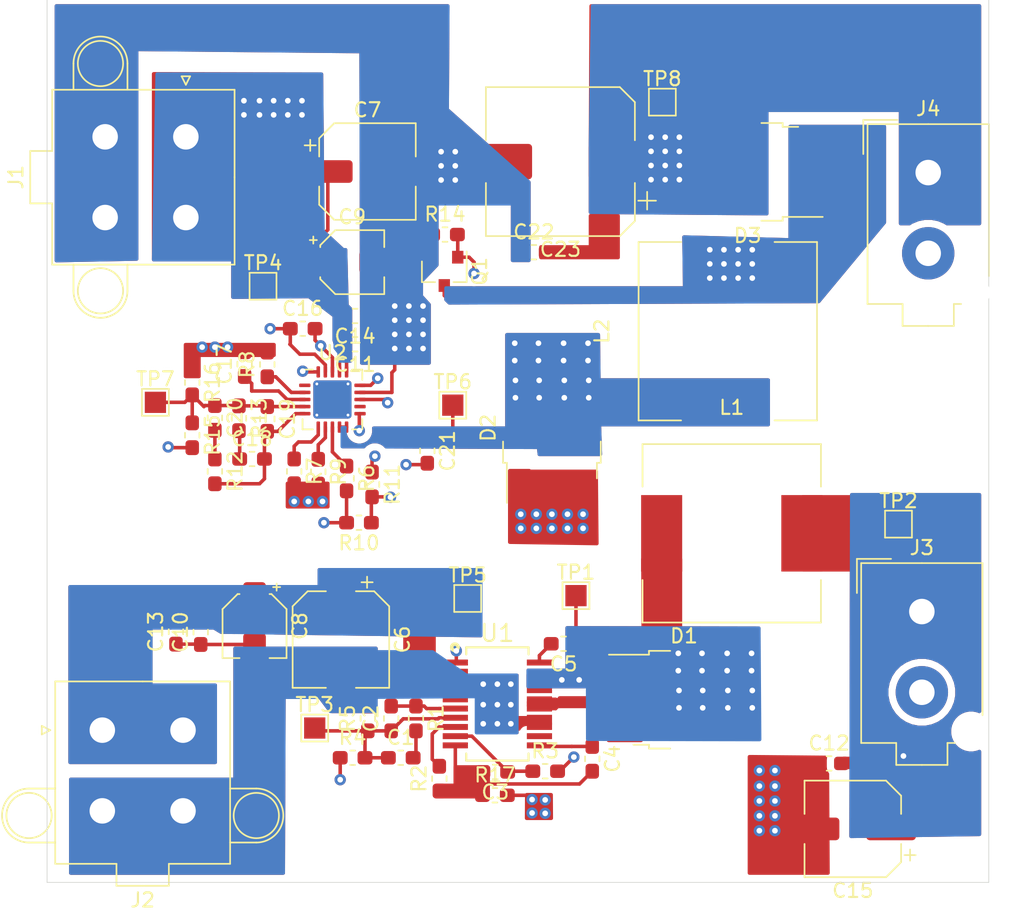
<source format=kicad_pcb>
(kicad_pcb (version 20171130) (host pcbnew 5.1.4-e60b266~84~ubuntu16.04.1)
  (layers (0 F.Cu signal) (1 In1.Cu signal hide) (2 In2.Cu signal hide) (31 B.Cu signal hide) (34 B.Paste user hide) (35 F.Paste user hide) (36 B.SilkS user hide) (37 F.SilkS user hide) (38 B.Mask user hide) (39 F.Mask user hide) (44 Edge.Cuts user hide))
  (net 0 "")
  (net 1 "Net-(C1-Pad1)")
  (net 2 "Net-(C1-Pad2)")
  (net 3 "Net-(C2-Pad2)")
  (net 4 "Net-(C3-Pad1)")
  (net 5 GNDA)
  (net 6 "Net-(C4-Pad1)")
  (net 7 "Net-(C5-Pad2)")
  (net 8 "Net-(C5-Pad1)")
  (net 9 GNDPWR)
  (net 10 KINECTPWR)
  (net 11 SICKPWR)
  (net 12 /Vkinect)
  (net 13 /VCC)
  (net 14 "Net-(C17-Pad1)")
  (net 15 "Net-(C18-Pad2)")
  (net 16 "Net-(C18-Pad1)")
  (net 17 /Vfb)
  (net 18 "Net-(C20-Pad2)")
  (net 19 "Net-(C21-Pad2)")
  (net 20 "Net-(C21-Pad1)")
  (net 21 /Vsick)
  (net 22 /LGATE)
  (net 23 "Net-(R2-Pad2)")
  (net 24 "Net-(R3-Pad2)")
  (net 25 "Net-(R6-Pad1)")
  (net 26 "Net-(R7-Pad1)")
  (net 27 "Net-(R8-Pad1)")
  (net 28 "Net-(R9-Pad1)")
  (net 29 /EXT_BOOST)
  (net 30 "Net-(U1-Pad2)")
  (net 31 "Net-(U1-Pad5)")
  (net 32 "Net-(U1-Pad12)")
  (net 33 /EN)
  (net 34 "Net-(U2-Pad12)")
  (net 35 "Net-(D1-Pad1)")
  (net 36 "Net-(D3-Pad1)")
  (module molex:Molex_Mega-Fit_76829-0102_2x01_P5.70mm_Vertical (layer F.Cu) (at 172.075 66.875)
    (fp_text reference J4 (at 0 -4.51) (layer F.SilkS))
    (fp_text value Conn_01x02_Male)
    (pad 1 thru_hole roundrect (at 0 0) (size 3.7 3.7) (drill 1.8) (layers *.Cu *.Mask) (roundrect_rratio 0.067568) (net 21 /Vsick))
    (pad 2 thru_hole circle (at 0 5.7) (size 3.7 3.7) (drill 1.8) (layers *.Cu *.Mask) (net 9 GNDPWR))
    (pad "" np_thru_hole circle (at 3.48 8.47) (size 1.8 1.8) (drill 1.8) (layers *.Cu *.Mask))
  )
  (module C-BISCUIT:SOIC-20-1EP (layer F.Cu) (at 141.65 104.4 270)
    (fp_text reference U1 (at -5 0) (layer F.SilkS) (effects (font (size 1.2 1.2))))
    (fp_text value LM25576)
    (pad 20 smd rect (at -2.925 -2.97 270) (size 0.42 1.78) (layers F.Cu F.Paste F.Mask) (net 7 "Net-(C5-Pad2)"))
    (pad 1 smd rect (at -2.925 2.97 270) (size 0.42 1.78) (layers F.Cu F.Paste F.Mask) (net 24 "Net-(R3-Pad2)"))
    (pad 19 smd rect (at -2.275 -2.97 270) (size 0.42 1.78) (layers F.Cu F.Paste F.Mask) (net 8 "Net-(C5-Pad1)"))
    (pad 2 smd rect (at -2.275 2.97 270) (size 0.42 1.78) (layers F.Cu F.Paste F.Mask) (net 30 "Net-(U1-Pad2)"))
    (pad 18 smd rect (at -1.625 -2.97 270) (size 0.42 1.78) (layers F.Cu F.Paste F.Mask) (net 8 "Net-(C5-Pad1)"))
    (pad 3 smd rect (at -1.625 2.97 270) (size 0.42 1.78) (layers F.Cu F.Paste F.Mask) (net 10 KINECTPWR))
    (pad 17 smd rect (at -0.975 -2.97 270) (size 0.42 1.78) (layers F.Cu F.Paste F.Mask) (net 8 "Net-(C5-Pad1)"))
    (pad 4 smd rect (at -0.975 2.97 270) (size 0.42 1.78) (layers F.Cu F.Paste F.Mask) (net 10 KINECTPWR))
    (pad 16 smd rect (at -0.325 -2.97 270) (size 0.42 1.78) (layers F.Cu F.Paste F.Mask) (net 35 "Net-(D1-Pad1)"))
    (pad 5 smd rect (at -0.325 2.97 270) (size 0.42 1.78) (layers F.Cu F.Paste F.Mask) (net 31 "Net-(U1-Pad5)"))
    (pad 15 smd rect (at 0.325 -2.97 270) (size 0.42 1.78) (layers F.Cu F.Paste F.Mask) (net 35 "Net-(D1-Pad1)"))
    (pad 6 smd rect (at 0.325 2.97 270) (size 0.42 1.78) (layers F.Cu F.Paste F.Mask) (net 3 "Net-(C2-Pad2)"))
    (pad 14 smd rect (at 0.975 -2.97 270) (size 0.42 1.78) (layers F.Cu F.Paste F.Mask) (net 9 GNDPWR))
    (pad 7 smd rect (at 0.975 2.97 270) (size 0.42 1.78) (layers F.Cu F.Paste F.Mask) (net 1 "Net-(C1-Pad1)"))
    (pad 13 smd rect (at 1.625 -2.97 270) (size 0.42 1.78) (layers F.Cu F.Paste F.Mask) (net 9 GNDPWR))
    (pad 8 smd rect (at 1.625 2.97 270) (size 0.42 1.78) (layers F.Cu F.Paste F.Mask) (net 23 "Net-(R2-Pad2)"))
    (pad 12 smd rect (at 2.275 -2.97 270) (size 0.42 1.78) (layers F.Cu F.Paste F.Mask) (net 32 "Net-(U1-Pad12)"))
    (pad 9 smd rect (at 2.275 2.97 270) (size 0.42 1.78) (layers F.Cu F.Paste F.Mask) (net 4 "Net-(C3-Pad1)"))
    (pad 11 smd rect (at 2.925 -2.97 270) (size 0.42 1.78) (layers F.Cu F.Paste F.Mask) (net 6 "Net-(C4-Pad1)"))
    (pad 10 smd rect (at 2.925 2.97 270) (size 0.42 1.78) (layers F.Cu F.Paste F.Mask) (net 5 GNDA))
    (pad 21 smd rect (at 0 0 270) (size 4.2 3) (layers F.Cu F.Paste F.Mask) (net 9 GNDPWR))
  )
  (module Resistor_SMD:R_0603_1608Metric_Pad1.05x0.95mm_HandSolder (layer F.Cu) (at 132.5 105.425 90)
    (fp_text reference R5 (at 0 -1.43 90) (layer F.SilkS))
    (fp_text value 6.8K)
    (pad 1 smd roundrect (at -0.875 0 90) (size 1.05 0.95) (layers F.Cu F.Paste F.Mask) (net 1 "Net-(C1-Pad1)"))
    (pad 2 smd roundrect (at 0.875 0 90) (size 1.05 0.95) (layers F.Cu F.Paste F.Mask) (net 9 GNDPWR))
  )
  (module TestPoint:TestPoint_Pad_1.5x1.5mm (layer F.Cu) (at 153.3 61.9)
    (fp_text reference TP8 (at 0 -1.648) (layer F.SilkS))
    (fp_text value Vout)
    (pad 1 smd rect (at 0 0) (size 1.5 1.5) (layers F.Cu F.Mask) (net 21 /Vsick))
  )
  (module Capacitor_SMD:C_0603_1608Metric_Pad1.05x0.95mm_HandSolder (layer F.Cu) (at 134.825 108.2)
    (fp_text reference C1 (at 0 -1.43) (layer F.SilkS))
    (fp_text value 0.01uF)
    (pad 1 smd roundrect (at -0.875 0) (size 1.05 0.95) (layers F.Cu F.Paste F.Mask) (net 1 "Net-(C1-Pad1)"))
    (pad 2 smd roundrect (at 0.875 0) (size 1.05 0.95) (layers F.Cu F.Paste F.Mask) (net 2 "Net-(C1-Pad2)"))
  )
  (module Capacitor_SMD:C_0603_1608Metric_Pad1.05x0.95mm_HandSolder (layer F.Cu) (at 134.15 105.425 90)
    (fp_text reference C2 (at 0 -1.43 90) (layer F.SilkS))
    (fp_text value DNP)
    (pad 1 smd roundrect (at -0.875 0 90) (size 1.05 0.95) (layers F.Cu F.Paste F.Mask) (net 1 "Net-(C1-Pad1)"))
    (pad 2 smd roundrect (at 0.875 0 90) (size 1.05 0.95) (layers F.Cu F.Paste F.Mask) (net 3 "Net-(C2-Pad2)"))
  )
  (module Capacitor_SMD:C_0603_1608Metric_Pad1.05x0.95mm_HandSolder (layer F.Cu) (at 141.5 109.2 180)
    (fp_text reference C3 (at 0 -1.43) (layer F.SilkS))
    (fp_text value 220pF)
    (pad 1 smd roundrect (at -0.875 0 180) (size 1.05 0.95) (layers F.Cu F.Paste F.Mask) (net 4 "Net-(C3-Pad1)"))
    (pad 2 smd roundrect (at 0.875 0 180) (size 1.05 0.95) (layers F.Cu F.Paste F.Mask) (net 5 GNDA))
  )
  (module Capacitor_SMD:C_0603_1608Metric_Pad1.05x0.95mm_HandSolder (layer F.Cu) (at 148.35 108.275 270)
    (fp_text reference C4 (at 0 -1.43 90) (layer F.SilkS))
    (fp_text value 0.1uF)
    (pad 1 smd roundrect (at -0.875 0 270) (size 1.05 0.95) (layers F.Cu F.Paste F.Mask) (net 6 "Net-(C4-Pad1)"))
    (pad 2 smd roundrect (at 0.875 0 270) (size 1.05 0.95) (layers F.Cu F.Paste F.Mask) (net 5 GNDA))
  )
  (module Capacitor_SMD:C_0603_1608Metric_Pad1.05x0.95mm_HandSolder (layer F.Cu) (at 146.325 100.15 180)
    (fp_text reference C5 (at 0 -1.43) (layer F.SilkS))
    (fp_text value 0.022uF)
    (pad 2 smd roundrect (at 0.875 0 180) (size 1.05 0.95) (layers F.Cu F.Paste F.Mask) (net 7 "Net-(C5-Pad2)"))
    (pad 1 smd roundrect (at -0.875 0 180) (size 1.05 0.95) (layers F.Cu F.Paste F.Mask) (net 8 "Net-(C5-Pad1)"))
  )
  (module Capacitor_SMD:CP_Elec_6.3x5.3 (layer F.Cu) (at 130.6 99.85 270)
    (fp_text reference C6 (at 0 -4.35 90) (layer F.SilkS))
    (fp_text value "22uF 35V")
    (pad 2 smd roundrect (at 2.8 0 270) (size 3.5 1.6) (layers F.Cu F.Paste F.Mask) (roundrect_rratio 0.15625) (net 9 GNDPWR))
    (pad 1 smd roundrect (at -2.8 0 270) (size 3.5 1.6) (layers F.Cu F.Paste F.Mask) (roundrect_rratio 0.15625) (net 10 KINECTPWR))
  )
  (module Capacitor_SMD:CP_Elec_6.3x5.3 (layer F.Cu) (at 132.475 66.8)
    (fp_text reference C7 (at 0 -4.35) (layer F.SilkS))
    (fp_text value "22uF 35V")
    (pad 1 smd roundrect (at -2.8 0) (size 3.5 1.6) (layers F.Cu F.Paste F.Mask) (roundrect_rratio 0.15625) (net 11 SICKPWR))
    (pad 2 smd roundrect (at 2.8 0) (size 3.5 1.6) (layers F.Cu F.Paste F.Mask) (roundrect_rratio 0.15625) (net 9 GNDPWR))
  )
  (module Capacitor_SMD:CP_Elec_4x5.7 (layer F.Cu) (at 124.5 98.9 270)
    (fp_text reference C8 (at 0 -3.2 90) (layer F.SilkS))
    (fp_text value 4.7uF35V)
    (pad 2 smd roundrect (at 1.8 0 270) (size 2.6 1.6) (layers F.Cu F.Paste F.Mask) (roundrect_rratio 0.15625) (net 9 GNDPWR))
    (pad 1 smd roundrect (at -1.8 0 270) (size 2.6 1.6) (layers F.Cu F.Paste F.Mask) (roundrect_rratio 0.15625) (net 10 KINECTPWR))
  )
  (module Capacitor_SMD:CP_Elec_4x5.7 (layer F.Cu) (at 131.4 73.2)
    (fp_text reference C9 (at 0 -3.2) (layer F.SilkS))
    (fp_text value 4.7uF35V)
    (pad 1 smd roundrect (at -1.8 0) (size 2.6 1.6) (layers F.Cu F.Paste F.Mask) (roundrect_rratio 0.15625) (net 11 SICKPWR))
    (pad 2 smd roundrect (at 1.8 0) (size 2.6 1.6) (layers F.Cu F.Paste F.Mask) (roundrect_rratio 0.15625) (net 9 GNDPWR))
  )
  (module Capacitor_SMD:C_0603_1608Metric_Pad1.05x0.95mm_HandSolder (layer F.Cu) (at 120.7 99.325 90)
    (fp_text reference C10 (at 0 -1.43 90) (layer F.SilkS))
    (fp_text value 4.7uF)
    (pad 1 smd roundrect (at -0.875 0 90) (size 1.05 0.95) (layers F.Cu F.Paste F.Mask) (net 9 GNDPWR))
    (pad 2 smd roundrect (at 0.875 0 90) (size 1.05 0.95) (layers F.Cu F.Paste F.Mask) (net 10 KINECTPWR))
  )
  (module Capacitor_SMD:C_0603_1608Metric_Pad1.05x0.95mm_HandSolder (layer F.Cu) (at 131.6 79 180)
    (fp_text reference C11 (at 0 -1.43 180) (layer F.SilkS))
    (fp_text value 4.7uF)
    (pad 2 smd roundrect (at 0.875 0 180) (size 1.05 0.95) (layers F.Cu F.Paste F.Mask) (net 11 SICKPWR))
    (pad 1 smd roundrect (at -0.875 0 180) (size 1.05 0.95) (layers F.Cu F.Paste F.Mask) (net 9 GNDPWR))
  )
  (module Capacitor_SMD:C_0603_1608Metric_Pad1.05x0.95mm_HandSolder (layer F.Cu) (at 165.075 108.6)
    (fp_text reference C12 (at 0 -1.43) (layer F.SilkS))
    (fp_text value 0.1uF)
    (pad 1 smd roundrect (at -0.875 0) (size 1.05 0.95) (layers F.Cu F.Paste F.Mask) (net 9 GNDPWR))
    (pad 2 smd roundrect (at 0.875 0) (size 1.05 0.95) (layers F.Cu F.Paste F.Mask) (net 12 /Vkinect))
  )
  (module Capacitor_SMD:C_0603_1608Metric_Pad1.05x0.95mm_HandSolder (layer F.Cu) (at 118.95 99.3 90)
    (fp_text reference C13 (at 0 -1.43 90) (layer F.SilkS))
    (fp_text value 4.7uF)
    (pad 2 smd roundrect (at 0.875 0 90) (size 1.05 0.95) (layers F.Cu F.Paste F.Mask) (net 10 KINECTPWR))
    (pad 1 smd roundrect (at -0.875 0 90) (size 1.05 0.95) (layers F.Cu F.Paste F.Mask) (net 9 GNDPWR))
  )
  (module Capacitor_SMD:C_0603_1608Metric_Pad1.05x0.95mm_HandSolder (layer F.Cu) (at 131.6 77 180)
    (fp_text reference C14 (at 0 -1.43 180) (layer F.SilkS))
    (fp_text value 4.7uF)
    (pad 2 smd roundrect (at 0.875 0 180) (size 1.05 0.95) (layers F.Cu F.Paste F.Mask) (net 11 SICKPWR))
    (pad 1 smd roundrect (at -0.875 0 180) (size 1.05 0.95) (layers F.Cu F.Paste F.Mask) (net 9 GNDPWR))
  )
  (module Capacitor_SMD:CP_Elec_6.3x7.7 (layer F.Cu) (at 166.75 113.225 180)
    (fp_text reference C15 (at 0 -4.35) (layer F.SilkS))
    (fp_text value "150uF 20V")
    (pad 1 smd roundrect (at -2.7 0 180) (size 3.5 1.6) (layers F.Cu F.Paste F.Mask) (roundrect_rratio 0.15625) (net 12 /Vkinect))
    (pad 2 smd roundrect (at 2.7 0 180) (size 3.5 1.6) (layers F.Cu F.Paste F.Mask) (roundrect_rratio 0.15625) (net 9 GNDPWR))
  )
  (module Capacitor_SMD:C_0603_1608Metric_Pad1.05x0.95mm_HandSolder (layer F.Cu) (at 127.9 77.9)
    (fp_text reference C16 (at 0 -1.43) (layer F.SilkS))
    (fp_text value 4.7uF)
    (pad 2 smd roundrect (at 0.875 0) (size 1.05 0.95) (layers F.Cu F.Paste F.Mask) (net 9 GNDPWR))
    (pad 1 smd roundrect (at -0.875 0) (size 1.05 0.95) (layers F.Cu F.Paste F.Mask) (net 13 /VCC))
  )
  (module Capacitor_SMD:C_0603_1608Metric_Pad1.05x0.95mm_HandSolder (layer F.Cu) (at 123.8 80.4 90)
    (fp_text reference C17 (at 0 -1.43 90) (layer F.SilkS))
    (fp_text value 0.1uF)
    (pad 1 smd roundrect (at -0.875 0 90) (size 1.05 0.95) (layers F.Cu F.Paste F.Mask) (net 14 "Net-(C17-Pad1)"))
    (pad 2 smd roundrect (at 0.875 0 90) (size 1.05 0.95) (layers F.Cu F.Paste F.Mask) (net 9 GNDPWR))
  )
  (module Capacitor_SMD:C_0603_1608Metric_Pad1.05x0.95mm_HandSolder (layer F.Cu) (at 124.325 87.1)
    (fp_text reference C18 (at 0 -1.43) (layer F.SilkS))
    (fp_text value 470pF)
    (pad 2 smd roundrect (at 0.875 0) (size 1.05 0.95) (layers F.Cu F.Paste F.Mask) (net 15 "Net-(C18-Pad2)"))
    (pad 1 smd roundrect (at -0.875 0) (size 1.05 0.95) (layers F.Cu F.Paste F.Mask) (net 16 "Net-(C18-Pad1)"))
  )
  (module Capacitor_SMD:C_0603_1608Metric_Pad1.05x0.95mm_HandSolder (layer F.Cu) (at 125.4 84.275 270)
    (fp_text reference C19 (at 0 -1.43 90) (layer F.SilkS))
    (fp_text value 68pF)
    (pad 2 smd roundrect (at 0.875 0 270) (size 1.05 0.95) (layers F.Cu F.Paste F.Mask) (net 15 "Net-(C18-Pad2)"))
    (pad 1 smd roundrect (at -0.875 0 270) (size 1.05 0.95) (layers F.Cu F.Paste F.Mask) (net 17 /Vfb))
  )
  (module Capacitor_SMD:C_0603_1608Metric_Pad1.05x0.95mm_HandSolder (layer F.Cu) (at 121.7 84.2 270)
    (fp_text reference C20 (at 0 -1.43 90) (layer F.SilkS))
    (fp_text value 4.7nF)
    (pad 1 smd roundrect (at -0.875 0 270) (size 1.05 0.95) (layers F.Cu F.Paste F.Mask) (net 17 /Vfb))
    (pad 2 smd roundrect (at 0.875 0 270) (size 1.05 0.95) (layers F.Cu F.Paste F.Mask) (net 18 "Net-(C20-Pad2)"))
  )
  (module Capacitor_SMD:C_0603_1608Metric_Pad1.05x0.95mm_HandSolder (layer F.Cu) (at 136.7 86.525 270)
    (fp_text reference C21 (at 0 -1.43 90) (layer F.SilkS))
    (fp_text value 1uF)
    (pad 2 smd roundrect (at 0.875 0 270) (size 1.05 0.95) (layers F.Cu F.Paste F.Mask) (net 19 "Net-(C21-Pad2)"))
    (pad 1 smd roundrect (at -0.875 0 270) (size 1.05 0.95) (layers F.Cu F.Paste F.Mask) (net 20 "Net-(C21-Pad1)"))
  )
  (module Capacitor_SMD:C_0603_1608Metric_Pad1.05x0.95mm_HandSolder (layer F.Cu) (at 144.225 72.5)
    (fp_text reference C22 (at 0 -1.43) (layer F.SilkS))
    (fp_text value 1uF)
    (pad 1 smd roundrect (at -0.875 0) (size 1.05 0.95) (layers F.Cu F.Paste F.Mask) (net 9 GNDPWR))
    (pad 2 smd roundrect (at 0.875 0) (size 1.05 0.95) (layers F.Cu F.Paste F.Mask) (net 21 /Vsick))
  )
  (module Capacitor_SMD:CP_Elec_10x10 (layer F.Cu) (at 146.1 66.1 180)
    (fp_text reference C23 (at 0 -6.2) (layer F.SilkS))
    (fp_text value "330uF 30V")
    (pad 1 smd roundrect (at -4 0 180) (size 4 2.5) (layers F.Cu F.Paste F.Mask) (roundrect_rratio 0.1) (net 21 /Vsick))
    (pad 2 smd roundrect (at 4 0 180) (size 4 2.5) (layers F.Cu F.Paste F.Mask) (roundrect_rratio 0.1) (net 9 GNDPWR))
  )
  (module Inductor_SMD:L_12x12mm_H4.5mm (layer F.Cu) (at 158.2 92.35)
    (fp_text reference L1 (at 0 -8.89) (layer F.SilkS))
    (fp_text value 22uH)
    (pad 2 smd rect (at 4.95 0) (size 2.9 5.4) (layers F.Cu F.Paste F.Mask) (net 12 /Vkinect))
    (pad 1 smd rect (at -4.95 0) (size 2.9 5.4) (layers F.Cu F.Paste F.Mask) (net 8 "Net-(C5-Pad1)"))
  )
  (module Inductor_SMD:L_12x12mm_H4.5mm (layer F.Cu) (at 157.922 78.078 90)
    (fp_text reference L2 (at 0 -8.89 90) (layer F.SilkS))
    (fp_text value 22uH)
    (pad 1 smd rect (at -4.95 0 90) (size 2.9 5.4) (layers F.Cu F.Paste F.Mask) (net 20 "Net-(C21-Pad1)"))
    (pad 2 smd rect (at 4.95 0 90) (size 2.9 5.4) (layers F.Cu F.Paste F.Mask) (net 36 "Net-(D3-Pad1)"))
  )
  (module Package_TO_SOT_SMD:SOT-23 (layer F.Cu) (at 137.9 73.85 270)
    (fp_text reference Q1 (at 0 -2.5 270) (layer F.SilkS))
    (fp_text value BSS138)
    (pad 1 smd rect (at -1 -0.95 270) (size 0.9 0.8) (layers F.Cu F.Paste F.Mask) (net 22 /LGATE))
    (pad 2 smd rect (at -1 0.95 270) (size 0.9 0.8) (layers F.Cu F.Paste F.Mask) (net 9 GNDPWR))
    (pad 3 smd rect (at 1 0 270) (size 0.9 0.8) (layers F.Cu F.Paste F.Mask) (net 36 "Net-(D3-Pad1)"))
  )
  (module Resistor_SMD:R_0603_1608Metric_Pad1.05x0.95mm_HandSolder (layer F.Cu) (at 135.9 105.425 270)
    (fp_text reference R1 (at 0 -1.43 90) (layer F.SilkS))
    (fp_text value 49.9K)
    (pad 2 smd roundrect (at 0.875 0 270) (size 1.05 0.95) (layers F.Cu F.Paste F.Mask) (net 2 "Net-(C1-Pad2)"))
    (pad 1 smd roundrect (at -0.875 0 270) (size 1.05 0.95) (layers F.Cu F.Paste F.Mask) (net 3 "Net-(C2-Pad2)"))
  )
  (module Resistor_SMD:R_0603_1608Metric_Pad1.05x0.95mm_HandSolder (layer F.Cu) (at 137.55 109.675 90)
    (fp_text reference R2 (at 0 -1.43 90) (layer F.SilkS))
    (fp_text value 21K)
    (pad 1 smd roundrect (at -0.875 0 90) (size 1.05 0.95) (layers F.Cu F.Paste F.Mask) (net 5 GNDA))
    (pad 2 smd roundrect (at 0.875 0 90) (size 1.05 0.95) (layers F.Cu F.Paste F.Mask) (net 23 "Net-(R2-Pad2)"))
  )
  (module Resistor_SMD:R_0603_1608Metric_Pad1.05x0.95mm_HandSolder (layer F.Cu) (at 145.025 109.15)
    (fp_text reference R3 (at 0 -1.43) (layer F.SilkS))
    (fp_text value 155K)
    (pad 2 smd roundrect (at 0.875 0) (size 1.05 0.95) (layers F.Cu F.Paste F.Mask) (net 24 "Net-(R3-Pad2)"))
    (pad 1 smd roundrect (at -0.875 0) (size 1.05 0.95) (layers F.Cu F.Paste F.Mask) (net 4 "Net-(C3-Pad1)"))
  )
  (module Resistor_SMD:R_0603_1608Metric_Pad1.05x0.95mm_HandSolder (layer F.Cu) (at 131.425 108.2)
    (fp_text reference R4 (at 0 -1.43) (layer F.SilkS))
    (fp_text value 68K)
    (pad 1 smd roundrect (at -0.875 0) (size 1.05 0.95) (layers F.Cu F.Paste F.Mask) (net 12 /Vkinect))
    (pad 2 smd roundrect (at 0.875 0) (size 1.05 0.95) (layers F.Cu F.Paste F.Mask) (net 1 "Net-(C1-Pad1)"))
  )
  (module Resistor_SMD:R_0603_1608Metric_Pad1.05x0.95mm_HandSolder (layer F.Cu) (at 131 88.475 270)
    (fp_text reference R6 (at 0 -1.43 90) (layer F.SilkS))
    (fp_text value 100K)
    (pad 2 smd roundrect (at 0.875 0 270) (size 1.05 0.95) (layers F.Cu F.Paste F.Mask) (net 13 /VCC))
    (pad 1 smd roundrect (at -0.875 0 270) (size 1.05 0.95) (layers F.Cu F.Paste F.Mask) (net 25 "Net-(R6-Pad1)"))
  )
  (module Resistor_SMD:R_0603_1608Metric_Pad1.05x0.95mm_HandSolder (layer F.Cu) (at 127.3 87.975 270)
    (fp_text reference R7 (at 0 -1.43 90) (layer F.SilkS))
    (fp_text value 0)
    (pad 2 smd roundrect (at 0.875 0 270) (size 1.05 0.95) (layers F.Cu F.Paste F.Mask) (net 9 GNDPWR))
    (pad 1 smd roundrect (at -0.875 0 270) (size 1.05 0.95) (layers F.Cu F.Paste F.Mask) (net 26 "Net-(R7-Pad1)"))
  )
  (module Resistor_SMD:R_0603_1608Metric_Pad1.05x0.95mm_HandSolder (layer F.Cu) (at 125.4 80.425 90)
    (fp_text reference R8 (at 0 -1.43 90) (layer F.SilkS))
    (fp_text value 0)
    (pad 1 smd roundrect (at -0.875 0 90) (size 1.05 0.95) (layers F.Cu F.Paste F.Mask) (net 27 "Net-(R8-Pad1)"))
    (pad 2 smd roundrect (at 0.875 0 90) (size 1.05 0.95) (layers F.Cu F.Paste F.Mask) (net 9 GNDPWR))
  )
  (module Resistor_SMD:R_0603_1608Metric_Pad1.05x0.95mm_HandSolder (layer F.Cu) (at 129 88 270)
    (fp_text reference R9 (at 0 -1.43 90) (layer F.SilkS))
    (fp_text value 0)
    (pad 2 smd roundrect (at 0.875 0 270) (size 1.05 0.95) (layers F.Cu F.Paste F.Mask) (net 9 GNDPWR))
    (pad 1 smd roundrect (at -0.875 0 270) (size 1.05 0.95) (layers F.Cu F.Paste F.Mask) (net 28 "Net-(R9-Pad1)"))
  )
  (module Resistor_SMD:R_0603_1608Metric_Pad1.05x0.95mm_HandSolder (layer F.Cu) (at 131.875 91.6 180)
    (fp_text reference R10 (at 0 -1.43) (layer F.SilkS))
    (fp_text value 480K)
    (pad 1 smd roundrect (at -0.875 0 180) (size 1.05 0.95) (layers F.Cu F.Paste F.Mask) (net 29 /EXT_BOOST))
    (pad 2 smd roundrect (at 0.875 0 180) (size 1.05 0.95) (layers F.Cu F.Paste F.Mask) (net 13 /VCC))
  )
  (module Resistor_SMD:R_0603_1608Metric_Pad1.05x0.95mm_HandSolder (layer F.Cu) (at 132.8 88.9 270)
    (fp_text reference R11 (at 0 -1.43 90) (layer F.SilkS))
    (fp_text value 60K)
    (pad 2 smd roundrect (at 0.875 0 270) (size 1.05 0.95) (layers F.Cu F.Paste F.Mask) (net 29 /EXT_BOOST))
    (pad 1 smd roundrect (at -0.875 0 270) (size 1.05 0.95) (layers F.Cu F.Paste F.Mask) (net 9 GNDPWR))
  )
  (module Resistor_SMD:R_0603_1608Metric_Pad1.05x0.95mm_HandSolder (layer F.Cu) (at 121.7 87.975 270)
    (fp_text reference R12 (at 0 -1.43 90) (layer F.SilkS))
    (fp_text value 120K)
    (pad 2 smd roundrect (at 0.875 0 270) (size 1.05 0.95) (layers F.Cu F.Paste F.Mask) (net 15 "Net-(C18-Pad2)"))
    (pad 1 smd roundrect (at -0.875 0 270) (size 1.05 0.95) (layers F.Cu F.Paste F.Mask) (net 18 "Net-(C20-Pad2)"))
  )
  (module Resistor_SMD:R_0603_1608Metric_Pad1.05x0.95mm_HandSolder (layer F.Cu) (at 123.4 84.225 270)
    (fp_text reference R13 (at 0 -1.43 90) (layer F.SilkS))
    (fp_text value 100)
    (pad 1 smd roundrect (at -0.875 0 270) (size 1.05 0.95) (layers F.Cu F.Paste F.Mask) (net 17 /Vfb))
    (pad 2 smd roundrect (at 0.875 0 270) (size 1.05 0.95) (layers F.Cu F.Paste F.Mask) (net 16 "Net-(C18-Pad1)"))
  )
  (module Resistor_SMD:R_0603_1608Metric_Pad1.05x0.95mm_HandSolder (layer F.Cu) (at 137.95 71.25)
    (fp_text reference R14 (at 0 -1.43) (layer F.SilkS))
    (fp_text value 4.7K)
    (pad 2 smd roundrect (at 0.875 0) (size 1.05 0.95) (layers F.Cu F.Paste F.Mask) (net 22 /LGATE))
    (pad 1 smd roundrect (at -0.875 0) (size 1.05 0.95) (layers F.Cu F.Paste F.Mask) (net 9 GNDPWR))
  )
  (module Resistor_SMD:R_0603_1608Metric_Pad1.05x0.95mm_HandSolder (layer F.Cu) (at 120.1 85.425 270)
    (fp_text reference R15 (at 0 -1.43 90) (layer F.SilkS))
    (fp_text value 60K)
    (pad 1 smd roundrect (at -0.875 0 270) (size 1.05 0.95) (layers F.Cu F.Paste F.Mask) (net 17 /Vfb))
    (pad 2 smd roundrect (at 0.875 0 270) (size 1.05 0.95) (layers F.Cu F.Paste F.Mask) (net 21 /Vsick))
  )
  (module Resistor_SMD:R_0603_1608Metric_Pad1.05x0.95mm_HandSolder (layer F.Cu) (at 120.1 81.7 270)
    (fp_text reference R16 (at 0 -1.43 90) (layer F.SilkS))
    (fp_text value 2K)
    (pad 1 smd roundrect (at -0.875 0 270) (size 1.05 0.95) (layers F.Cu F.Paste F.Mask) (net 9 GNDPWR))
    (pad 2 smd roundrect (at 0.875 0 270) (size 1.05 0.95) (layers F.Cu F.Paste F.Mask) (net 17 /Vfb))
  )
  (module TestPoint:TestPoint_Pad_1.5x1.5mm (layer F.Cu) (at 147.2 96.75)
    (fp_text reference TP1 (at 0 -1.648) (layer F.SilkS))
    (fp_text value Vswitch)
    (pad 1 smd rect (at 0 0) (size 1.5 1.5) (layers F.Cu F.Mask) (net 8 "Net-(C5-Pad1)"))
  )
  (module TestPoint:TestPoint_Pad_1.5x1.5mm (layer F.Cu) (at 169.975 91.7)
    (fp_text reference TP2 (at 0 -1.648) (layer F.SilkS))
    (fp_text value Vout)
    (pad 1 smd rect (at 0 0) (size 1.5 1.5) (layers F.Cu F.Mask) (net 12 /Vkinect))
  )
  (module TestPoint:TestPoint_Pad_1.5x1.5mm (layer F.Cu) (at 128.75 106.1)
    (fp_text reference TP3 (at 0 -1.648) (layer F.SilkS))
    (fp_text value FB)
    (pad 1 smd rect (at 0 0) (size 1.5 1.5) (layers F.Cu F.Mask) (net 1 "Net-(C1-Pad1)"))
  )
  (module TestPoint:TestPoint_Pad_1.5x1.5mm (layer F.Cu) (at 125.1 74.9)
    (fp_text reference TP4 (at 0 -1.648) (layer F.SilkS))
    (fp_text value Vsick)
    (pad 1 smd rect (at 0 0) (size 1.5 1.5) (layers F.Cu F.Mask) (net 11 SICKPWR))
  )
  (module TestPoint:TestPoint_Pad_1.5x1.5mm (layer F.Cu) (at 139.55 96.95)
    (fp_text reference TP5 (at 0 -1.648) (layer F.SilkS))
    (fp_text value VKinect)
    (pad 1 smd rect (at 0 0) (size 1.5 1.5) (layers F.Cu F.Mask) (net 10 KINECTPWR))
  )
  (module TestPoint:TestPoint_Pad_1.5x1.5mm (layer F.Cu) (at 138.5 83.3)
    (fp_text reference TP6 (at 0 -1.648) (layer F.SilkS))
    (fp_text value Vphase)
    (pad 1 smd rect (at 0 0) (size 1.5 1.5) (layers F.Cu F.Mask) (net 20 "Net-(C21-Pad1)"))
  )
  (module TestPoint:TestPoint_Pad_1.5x1.5mm (layer F.Cu) (at 117.5 83.1)
    (fp_text reference TP7 (at 0 -1.648) (layer F.SilkS))
    (fp_text value FB)
    (pad 1 smd rect (at 0 0) (size 1.5 1.5) (layers F.Cu F.Mask) (net 17 /Vfb))
  )
  (module Package_DFN_QFN:QFN-20-1EP_4x4mm_P0.5mm_EP2.7x2.7mm_ThermalVias (layer F.Cu) (at 130 82.9)
    (fp_text reference U2 (at 0 -3.3 180) (layer F.SilkS))
    (fp_text value ISL85403E)
    (pad 21 smd roundrect (at 0 0) (size 2.7 2.7) (layers F.Cu F.Mask) (roundrect_rratio 0.09259299999999999))
    (pad 21 thru_hole circle (at -1.1 -1.1) (size 0.5 0.5) (drill 0.2) (layers *.Cu))
    (pad 21 thru_hole circle (at 1.1 -1.1) (size 0.5 0.5) (drill 0.2) (layers *.Cu))
    (pad 21 thru_hole circle (at -1.1 1.1) (size 0.5 0.5) (drill 0.2) (layers *.Cu))
    (pad 21 thru_hole circle (at 1.1 1.1) (size 0.5 0.5) (drill 0.2) (layers *.Cu))
    (pad 21 smd roundrect (at 0 0) (size 2.7 2.7) (layers B.Cu) (roundrect_rratio 0.09259299999999999))
    (pad 1 smd roundrect (at -1.95 -1) (size 0.8 0.25) (layers F.Cu F.Paste F.Mask) (net 33 /EN))
    (pad 2 smd roundrect (at -1.95 -0.5) (size 0.8 0.25) (layers F.Cu F.Paste F.Mask) (net 27 "Net-(R8-Pad1)"))
    (pad 3 smd roundrect (at -1.95 0) (size 0.8 0.25) (layers F.Cu F.Paste F.Mask) (net 14 "Net-(C17-Pad1)"))
    (pad 4 smd roundrect (at -1.95 0.5) (size 0.8 0.25) (layers F.Cu F.Paste F.Mask) (net 17 /Vfb))
    (pad 5 smd roundrect (at -1.95 1) (size 0.8 0.25) (layers F.Cu F.Paste F.Mask) (net 15 "Net-(C18-Pad2)"))
    (pad 6 smd roundrect (at -1 1.95) (size 0.25 0.8) (layers F.Cu F.Paste F.Mask) (net 26 "Net-(R7-Pad1)"))
    (pad 7 smd roundrect (at -0.5 1.95) (size 0.25 0.8) (layers F.Cu F.Paste F.Mask) (net 28 "Net-(R9-Pad1)"))
    (pad 8 smd roundrect (at 0 1.95) (size 0.25 0.8) (layers F.Cu F.Paste F.Mask) (net 25 "Net-(R6-Pad1)"))
    (pad 9 smd roundrect (at 0.5 1.95) (size 0.25 0.8) (layers F.Cu F.Paste F.Mask) (net 20 "Net-(C21-Pad1)"))
    (pad 10 smd roundrect (at 1 1.95) (size 0.25 0.8) (layers F.Cu F.Paste F.Mask) (net 20 "Net-(C21-Pad1)"))
    (pad 11 smd roundrect (at 1.95 1) (size 0.8 0.25) (layers F.Cu F.Paste F.Mask) (net 29 /EXT_BOOST))
    (pad 12 smd roundrect (at 1.95 0.5) (size 0.8 0.25) (layers F.Cu F.Paste F.Mask) (net 34 "Net-(U2-Pad12)"))
    (pad 13 smd roundrect (at 1.95 0) (size 0.8 0.25) (layers F.Cu F.Paste F.Mask) (net 22 /LGATE))
    (pad 14 smd roundrect (at 1.95 -0.5) (size 0.8 0.25) (layers F.Cu F.Paste F.Mask) (net 9 GNDPWR))
    (pad 15 smd roundrect (at 1.95 -1) (size 0.8 0.25) (layers F.Cu F.Paste F.Mask) (net 19 "Net-(C21-Pad2)"))
    (pad 16 smd roundrect (at 1 -1.95) (size 0.25 0.8) (layers F.Cu F.Paste F.Mask) (net 11 SICKPWR))
    (pad 17 smd roundrect (at 0.5 -1.95) (size 0.25 0.8) (layers F.Cu F.Paste F.Mask) (net 11 SICKPWR))
    (pad 18 smd roundrect (at 0 -1.95) (size 0.25 0.8) (layers F.Cu F.Paste F.Mask) (net 9 GNDPWR))
    (pad 19 smd roundrect (at -0.5 -1.95) (size 0.25 0.8) (layers F.Cu F.Paste F.Mask) (net 13 /VCC))
    (pad 20 smd roundrect (at -1 -1.95) (size 0.25 0.8) (layers F.Cu F.Paste F.Mask) (net 29 /EXT_BOOST))
  )
  (module Resistor_SMD:R_0603_1608Metric_Pad1.05x0.95mm_HandSolder (layer F.Cu) (at 141.475 110.85)
    (fp_text reference R17 (at 0 -1.43) (layer F.SilkS))
    (fp_text value 0)
    (pad 1 smd roundrect (at -0.875 0) (size 1.05 0.95) (layers F.Cu F.Paste F.Mask) (net 5 GNDA))
    (pad 2 smd roundrect (at 0.875 0) (size 1.05 0.95) (layers F.Cu F.Paste F.Mask) (net 9 GNDPWR))
  )
  (module Package_TO_SOT_SMD:TO-252-2 (layer F.Cu) (at 154.825 104.1)
    (fp_text reference D1 (at 0 -4.5) (layer F.SilkS))
    (fp_text value chsd60-a)
    (pad 1 smd rect (at -4.2 -2.28) (size 2.2 1.2) (layers F.Cu F.Paste F.Mask) (net 35 "Net-(D1-Pad1)"))
    (pad 3 smd rect (at -4.2 2.28) (size 2.2 1.2) (layers F.Cu F.Paste F.Mask) (net 35 "Net-(D1-Pad1)"))
    (pad 2 smd rect (at 2.1 0) (size 6.4 5.8) (layers F.Cu F.Mask) (net 8 "Net-(C5-Pad1)"))
  )
  (module Package_TO_SOT_SMD:TO-252-2 (layer F.Cu) (at 145.5 84.9 90)
    (fp_text reference D2 (at 0 -4.5 90) (layer F.SilkS))
    (fp_text value chsd60-a)
    (pad 1 smd rect (at -4.2 -2.28 90) (size 2.2 1.2) (layers F.Cu F.Paste F.Mask) (net 9 GNDPWR))
    (pad 3 smd rect (at -4.2 2.28 90) (size 2.2 1.2) (layers F.Cu F.Paste F.Mask) (net 9 GNDPWR))
    (pad 2 smd rect (at 2.1 0 90) (size 6.4 5.8) (layers F.Cu F.Mask) (net 20 "Net-(C21-Pad1)"))
  )
  (module Package_TO_SOT_SMD:TO-252-2 (layer F.Cu) (at 159.325 66.825 180)
    (fp_text reference D3 (at 0 -4.5) (layer F.SilkS))
    (fp_text value chsd60-a)
    (pad 2 smd rect (at 2.1 0 180) (size 6.4 5.8) (layers F.Cu F.Mask) (net 21 /Vsick))
    (pad 3 smd rect (at -4.2 2.28 180) (size 2.2 1.2) (layers F.Cu F.Paste F.Mask) (net 36 "Net-(D3-Pad1)"))
    (pad 1 smd rect (at -4.2 -2.28 180) (size 2.2 1.2) (layers F.Cu F.Paste F.Mask) (net 36 "Net-(D3-Pad1)"))
  )
  (module digikey-footprints:Molex_MegaFit_2x02x5.70mm_Straight (layer F.Cu) (at 119.65 64.35 270)
    (fp_text reference J1 (at 2.85 12 90) (layer F.SilkS))
    (fp_text value Conn_01x04_Male)
    (pad 4 thru_hole circle (at 5.7 5.7 270) (size 3.75 3.75) (drill 1.8) (layers *.Cu *.Mask) (net 9 GNDPWR))
    (pad 3 thru_hole circle (at 0 5.7 270) (size 3.75 3.75) (drill 1.8) (layers *.Cu *.Mask) (net 9 GNDPWR))
    (pad 2 thru_hole circle (at 5.7 0 270) (size 3.75 3.75) (drill 1.8) (layers *.Cu *.Mask) (net 11 SICKPWR))
    (pad 1 thru_hole rect (at 0 0 270) (size 3.75 3.75) (drill 1.8) (layers *.Cu *.Mask) (net 11 SICKPWR))
  )
  (module digikey-footprints:Molex_MegaFit_2x02x5.70mm_Straight (layer F.Cu) (at 113.75 106.25)
    (fp_text reference J2 (at 2.85 12) (layer F.SilkS))
    (fp_text value Conn_01x04_Male)
    (pad 1 thru_hole rect (at 0 0) (size 3.75 3.75) (drill 1.8) (layers *.Cu *.Mask) (net 10 KINECTPWR))
    (pad 2 thru_hole circle (at 5.7 0) (size 3.75 3.75) (drill 1.8) (layers *.Cu *.Mask) (net 10 KINECTPWR))
    (pad 3 thru_hole circle (at 0 5.7) (size 3.75 3.75) (drill 1.8) (layers *.Cu *.Mask) (net 9 GNDPWR))
    (pad 4 thru_hole circle (at 5.7 5.7) (size 3.75 3.75) (drill 1.8) (layers *.Cu *.Mask) (net 9 GNDPWR))
  )
  (module molex:Molex_Mega-Fit_76829-0102_2x01_P5.70mm_Vertical (layer F.Cu) (at 171.625 97.875)
    (fp_text reference J3 (at 0 -4.51) (layer F.SilkS))
    (fp_text value Conn_01x02_Male)
    (pad "" np_thru_hole circle (at 3.48 8.47) (size 1.8 1.8) (drill 1.8) (layers *.Cu *.Mask))
    (pad 2 thru_hole circle (at 0 5.7) (size 3.7 3.7) (drill 1.8) (layers *.Cu *.Mask) (net 9 GNDPWR))
    (pad 1 thru_hole roundrect (at 0 0) (size 3.7 3.7) (drill 1.8) (layers *.Cu *.Mask) (roundrect_rratio 0.067568) (net 12 /Vkinect))
  )
  (gr_line (start 176.35 54.45) (end 109.85 54.45) (angle 90) (layer Edge.Cuts) (width 0.05))
  (gr_line (start 176.35 117) (end 176.35 54.45) (angle 90) (layer Edge.Cuts) (width 0.05))
  (gr_line (start 109.85 117) (end 176.35 117) (angle 90) (layer Edge.Cuts) (width 0.05))
  (gr_line (start 109.85 54.45) (end 109.85 117) (angle 90) (layer Edge.Cuts) (width 0.05))
  (segment (start 132.3 106.35) (end 132.35 106.3) (width 0.25) (layer F.Cu) (net 1))
  (segment (start 132.3 108.2) (end 132.3 106.35) (width 0.25) (layer F.Cu) (net 1))
  (segment (start 132.35 106.3) (end 134.15 106.3) (width 0.25) (layer F.Cu) (net 1))
  (segment (start 137.54 105.375) (end 138.68 105.375) (width 0.25) (layer F.Cu) (net 1))
  (segment (start 137.46501 105.44999) (end 137.54 105.375) (width 0.25) (layer F.Cu) (net 1))
  (segment (start 135.00001 105.44999) (end 137.46501 105.44999) (width 0.25) (layer F.Cu) (net 1))
  (segment (start 134.15 106.3) (end 135.00001 105.44999) (width 0.25) (layer F.Cu) (net 1))
  (segment (start 133.95 108.2) (end 132.3 108.2) (width 0.25) (layer F.Cu) (net 1))
  (segment (start 128.95 106.3) (end 128.75 106.1) (width 0.25) (layer F.Cu) (net 1))
  (segment (start 132.5 106.3) (end 128.95 106.3) (width 0.25) (layer F.Cu) (net 1))
  (segment (start 135.9 108) (end 135.7 108.2) (width 0.25) (layer F.Cu) (net 2))
  (segment (start 135.9 106.3) (end 135.9 108) (width 0.25) (layer F.Cu) (net 2))
  (segment (start 134.15 104.55) (end 135.9 104.55) (width 0.25) (layer F.Cu) (net 3))
  (segment (start 137.54 104.725) (end 138.68 104.725) (width 0.25) (layer F.Cu) (net 3))
  (segment (start 136.65 104.725) (end 137.54 104.725) (width 0.25) (layer F.Cu) (net 3))
  (segment (start 136.475 104.55) (end 136.65 104.725) (width 0.25) (layer F.Cu) (net 3))
  (segment (start 135.9 104.55) (end 136.475 104.55) (width 0.25) (layer F.Cu) (net 3))
  (segment (start 139.85 106.675) (end 141.125 107.95) (width 0.25) (layer F.Cu) (net 4))
  (segment (start 138.68 106.675) (end 139.85 106.675) (width 0.25) (layer F.Cu) (net 4))
  (segment (start 141.125 107.95) (end 142.375 109.2) (width 0.25) (layer F.Cu) (net 4))
  (segment (start 142.425 109.15) (end 142.375 109.2) (width 0.25) (layer F.Cu) (net 4))
  (segment (start 144.15 109.15) (end 142.425 109.15) (width 0.25) (layer F.Cu) (net 4))
  (segment (start 138.7 109.2) (end 138.68 109.22) (width 0.25) (layer F.Cu) (net 5))
  (segment (start 140.625 109.2) (end 138.7 109.2) (width 0.25) (layer F.Cu) (net 5))
  (segment (start 138.68 109.22) (end 138.68 107.325) (width 0.25) (layer F.Cu) (net 5))
  (segment (start 140.625 110.825) (end 140.6 110.85) (width 0.25) (layer F.Cu) (net 5))
  (segment (start 140.625 109.2) (end 140.625 109.925) (width 0.25) (layer F.Cu) (net 5))
  (segment (start 140.70001 110.04999) (end 140.625 110.125) (width 0.25) (layer F.Cu) (net 5))
  (segment (start 147.45001 110.04999) (end 140.70001 110.04999) (width 0.25) (layer F.Cu) (net 5))
  (segment (start 148.35 109.15) (end 147.45001 110.04999) (width 0.25) (layer F.Cu) (net 5))
  (segment (start 140.625 109.925) (end 140.625 110.125) (width 0.25) (layer F.Cu) (net 5))
  (segment (start 140.625 110.125) (end 140.625 110.825) (width 0.25) (layer F.Cu) (net 5))
  (segment (start 144.695 107.4) (end 144.62 107.325) (width 0.25) (layer F.Cu) (net 6))
  (segment (start 146.9 107.4) (end 144.695 107.4) (width 0.25) (layer F.Cu) (net 6))
  (segment (start 146.9 107.4) (end 148.35 107.4) (width 0.25) (layer F.Cu) (net 6))
  (segment (start 144.62 100.98) (end 145.45 100.15) (width 0.25) (layer F.Cu) (net 7))
  (segment (start 144.62 101.475) (end 144.62 100.98) (width 0.25) (layer F.Cu) (net 7))
  (segment (start 144.62 102.125) (end 144.62 102.775) (width 0.25) (layer F.Cu) (net 8))
  (segment (start 144.62 102.775) (end 144.62 103.425) (width 0.25) (layer F.Cu) (net 8))
  (segment (start 147.2 100.15) (end 147.2 96.75) (width 0.25) (layer F.Cu) (net 8))
  (segment (start 153.25 92.35) (end 153.25 97.925) (width 0.25) (layer F.Cu) (net 8))
  (via (at 159.6 100.825) (size 0.8) (drill 0.4) (layers F.Cu B.Cu) (net 8))
  (via (at 157.925 104.675) (size 0.8) (drill 0.4) (layers F.Cu B.Cu) (net 8))
  (via (at 154.425 100.825) (size 0.8) (drill 0.4) (layers F.Cu B.Cu) (net 8))
  (via (at 154.475 103.45) (size 0.8) (drill 0.4) (layers F.Cu B.Cu) (net 8))
  (via (at 154.425 102.05) (size 0.8) (drill 0.4) (layers F.Cu B.Cu) (net 8))
  (via (at 159.65 103.45) (size 0.8) (drill 0.4) (layers F.Cu B.Cu) (net 8))
  (via (at 156.1 102.05) (size 0.8) (drill 0.4) (layers F.Cu B.Cu) (net 8))
  (via (at 159.6 102.05) (size 0.8) (drill 0.4) (layers F.Cu B.Cu) (net 8))
  (via (at 157.875 102.05) (size 0.8) (drill 0.4) (layers F.Cu B.Cu) (net 8))
  (via (at 156.15 104.675) (size 0.8) (drill 0.4) (layers F.Cu B.Cu) (net 8))
  (via (at 156.1 100.825) (size 0.8) (drill 0.4) (layers F.Cu B.Cu) (net 8))
  (via (at 157.925 103.45) (size 0.8) (drill 0.4) (layers F.Cu B.Cu) (net 8))
  (via (at 157.875 100.825) (size 0.8) (drill 0.4) (layers F.Cu B.Cu) (net 8))
  (via (at 156.15 103.45) (size 0.8) (drill 0.4) (layers F.Cu B.Cu) (net 8))
  (via (at 159.65 104.675) (size 0.8) (drill 0.4) (layers F.Cu B.Cu) (net 8))
  (via (at 154.475 104.675) (size 0.8) (drill 0.4) (layers F.Cu B.Cu) (net 8))
  (via (at 146.2 102.7) (size 0.8) (drill 0.4) (layers F.Cu B.Cu) (net 8))
  (via (at 147.425 102.7) (size 0.8) (drill 0.4) (layers F.Cu B.Cu) (net 8))
  (via (at 142.6 104.45) (size 0.8) (drill 0.4) (layers F.Cu B.Cu) (net 9))
  (via (at 141.65 104.45) (size 0.8) (drill 0.4) (layers F.Cu B.Cu) (net 9))
  (via (at 140.65 104.45) (size 0.8) (drill 0.4) (layers F.Cu B.Cu) (net 9))
  (segment (start 131.95 82.4) (end 134.2 82.4) (width 0.25) (layer F.Cu) (net 9))
  (via (at 134.4 77.3) (size 0.8) (drill 0.4) (layers F.Cu B.Cu) (net 9))
  (via (at 135.4 77.3) (size 0.8) (drill 0.4) (layers F.Cu B.Cu) (net 9))
  (via (at 134.4 78.3) (size 0.8) (drill 0.4) (layers F.Cu B.Cu) (net 9))
  (via (at 135.4 78.3) (size 0.8) (drill 0.4) (layers F.Cu B.Cu) (net 9))
  (via (at 135.4 79.3) (size 0.8) (drill 0.4) (layers F.Cu B.Cu) (net 9))
  (via (at 134.4 79.3) (size 0.8) (drill 0.4) (layers F.Cu B.Cu) (net 9))
  (via (at 134.4 76.3) (size 0.8) (drill 0.4) (layers F.Cu B.Cu) (net 9))
  (via (at 135.4 76.3) (size 0.8) (drill 0.4) (layers F.Cu B.Cu) (net 9))
  (via (at 136.4 77.3) (size 0.8) (drill 0.4) (layers F.Cu B.Cu) (net 9))
  (via (at 136.4 78.3) (size 0.8) (drill 0.4) (layers F.Cu B.Cu) (net 9))
  (via (at 136.4 79.3) (size 0.8) (drill 0.4) (layers F.Cu B.Cu) (net 9))
  (via (at 136.4 76.3) (size 0.8) (drill 0.4) (layers F.Cu B.Cu) (net 9))
  (via (at 143.3 91) (size 0.8) (drill 0.4) (layers F.Cu B.Cu) (net 9))
  (via (at 144.4 91) (size 0.8) (drill 0.4) (layers F.Cu B.Cu) (net 9))
  (via (at 145.5 91) (size 0.8) (drill 0.4) (layers F.Cu B.Cu) (net 9))
  (via (at 146.6 91) (size 0.8) (drill 0.4) (layers F.Cu B.Cu) (net 9))
  (via (at 147.7 91) (size 0.8) (drill 0.4) (layers F.Cu B.Cu) (net 9))
  (via (at 146.6 92) (size 0.8) (drill 0.4) (layers F.Cu B.Cu) (net 9))
  (via (at 147.7 92) (size 0.8) (drill 0.4) (layers F.Cu B.Cu) (net 9))
  (via (at 145.5 92) (size 0.8) (drill 0.4) (layers F.Cu B.Cu) (net 9))
  (via (at 143.3 92) (size 0.8) (drill 0.4) (layers F.Cu B.Cu) (net 9))
  (via (at 144.4 92) (size 0.8) (drill 0.4) (layers F.Cu B.Cu) (net 9))
  (segment (start 134.2 82.4) (end 134.2 81) (width 0.25) (layer F.Cu) (net 9))
  (segment (start 143.196 89.216) (end 143.2 89.22) (width 0.25) (layer F.Cu) (net 9))
  (via (at 127.3 90.1) (size 0.8) (drill 0.4) (layers F.Cu B.Cu) (net 9))
  (via (at 128.3 90.1) (size 0.8) (drill 0.4) (layers F.Cu B.Cu) (net 9))
  (via (at 129.3 90.1) (size 0.8) (drill 0.4) (layers F.Cu B.Cu) (net 9))
  (segment (start 130 80.95) (end 130 79.938619) (width 0.25) (layer F.Cu) (net 9))
  (segment (start 130 79.938619) (end 129.571443 79.510062) (width 0.25) (layer F.Cu) (net 9))
  (segment (start 129.571443 79.510062) (end 129.171444 79.110063) (width 0.25) (layer F.Cu) (net 9))
  (via (at 129.171444 79.110063) (size 0.8) (drill 0.4) (layers F.Cu B.Cu) (net 9))
  (segment (start 132.8 88.025) (end 132.8 87.1) (width 0.25) (layer F.Cu) (net 9))
  (segment (start 132.8 87.1) (end 133 86.9) (width 0.25) (layer F.Cu) (net 9))
  (via (at 133 86.9) (size 0.8) (drill 0.4) (layers F.Cu B.Cu) (net 9))
  (via (at 120.8 79.2) (size 0.8) (drill 0.4) (layers F.Cu B.Cu) (net 9))
  (via (at 121.7 79.2) (size 0.8) (drill 0.4) (layers F.Cu B.Cu) (net 9))
  (via (at 122.6 79.2) (size 0.8) (drill 0.4) (layers F.Cu B.Cu) (net 9))
  (segment (start 128.775 78.713619) (end 129.171444 79.110063) (width 0.25) (layer F.Cu) (net 9))
  (segment (start 128.775 77.9) (end 128.775 78.713619) (width 0.25) (layer F.Cu) (net 9))
  (segment (start 130.6 102.8) (end 130.6 102.65) (width 0.25) (layer F.Cu) (net 9))
  (via (at 144.1 111.15) (size 0.8) (drill 0.4) (layers F.Cu B.Cu) (net 9))
  (segment (start 142.35 110.85) (end 144.1 110.85) (width 0.25) (layer F.Cu) (net 9))
  (via (at 144.1 112.1) (size 0.8) (drill 0.4) (layers F.Cu B.Cu) (net 9))
  (segment (start 142.625 105.375) (end 144.62 105.375) (width 0.25) (layer F.Cu) (net 9))
  (segment (start 141.65 104.4) (end 142.625 105.375) (width 0.25) (layer F.Cu) (net 9))
  (segment (start 144.62 105.375) (end 144.62 106.025) (width 0.25) (layer F.Cu) (net 9))
  (via (at 142.6 103) (size 0.8) (drill 0.4) (layers F.Cu B.Cu) (net 9))
  (via (at 140.65 103) (size 0.8) (drill 0.4) (layers F.Cu B.Cu) (net 9))
  (via (at 141.65 103) (size 0.8) (drill 0.4) (layers F.Cu B.Cu) (net 9))
  (via (at 142.6 105.8) (size 0.8) (drill 0.4) (layers F.Cu B.Cu) (net 9))
  (via (at 140.65 105.8) (size 0.8) (drill 0.4) (layers F.Cu B.Cu) (net 9))
  (via (at 141.65 105.8) (size 0.8) (drill 0.4) (layers F.Cu B.Cu) (net 9))
  (via (at 161.25 109.1) (size 0.8) (drill 0.4) (layers F.Cu B.Cu) (net 9))
  (via (at 160.15 109.1) (size 0.8) (drill 0.4) (layers F.Cu B.Cu) (net 9))
  (via (at 161.25 110.2) (size 0.8) (drill 0.4) (layers F.Cu B.Cu) (net 9))
  (via (at 160.15 110.2) (size 0.8) (drill 0.4) (layers F.Cu B.Cu) (net 9))
  (via (at 160.15 111.25) (size 0.8) (drill 0.4) (layers F.Cu B.Cu) (net 9))
  (via (at 161.25 111.25) (size 0.8) (drill 0.4) (layers F.Cu B.Cu) (net 9))
  (via (at 161.25 112.3) (size 0.8) (drill 0.4) (layers F.Cu B.Cu) (net 9))
  (via (at 161.25 113.35) (size 0.8) (drill 0.4) (layers F.Cu B.Cu) (net 9))
  (via (at 160.15 113.35) (size 0.8) (drill 0.4) (layers F.Cu B.Cu) (net 9))
  (via (at 160.15 112.3) (size 0.8) (drill 0.4) (layers F.Cu B.Cu) (net 9))
  (segment (start 132.5 104.55) (end 130.6 102.65) (width 0.25) (layer F.Cu) (net 9))
  (segment (start 134.4 80.8) (end 134.4 79.3) (width 0.25) (layer F.Cu) (net 9))
  (segment (start 134.2 81) (end 134.4 80.8) (width 0.25) (layer F.Cu) (net 9))
  (via (at 145.025 111.175) (size 0.8) (drill 0.4) (layers F.Cu B.Cu) (net 9))
  (via (at 145.025 112.125) (size 0.8) (drill 0.4) (layers F.Cu B.Cu) (net 9))
  (via (at 137.675 67.4) (size 0.8) (drill 0.4) (layers F.Cu B.Cu) (net 9))
  (via (at 137.675 66.4) (size 0.8) (drill 0.4) (layers F.Cu B.Cu) (net 9))
  (via (at 138.675 65.4) (size 0.8) (drill 0.4) (layers F.Cu B.Cu) (net 9))
  (via (at 137.675 65.4) (size 0.8) (drill 0.4) (layers F.Cu B.Cu) (net 9))
  (via (at 138.675 67.4) (size 0.8) (drill 0.4) (layers F.Cu B.Cu) (net 9))
  (via (at 138.675 66.4) (size 0.8) (drill 0.4) (layers F.Cu B.Cu) (net 9))
  (segment (start 120.675 100.175) (end 120.7 100.2) (width 0.25) (layer F.Cu) (net 9))
  (segment (start 118.95 100.175) (end 120.675 100.175) (width 0.25) (layer F.Cu) (net 9))
  (segment (start 124 100.2) (end 124.5 100.7) (width 0.25) (layer F.Cu) (net 9))
  (segment (start 120.7 100.2) (end 124 100.2) (width 0.25) (layer F.Cu) (net 9))
  (segment (start 138.68 103.425) (end 138.68 102.775) (width 0.25) (layer F.Cu) (net 10))
  (segment (start 137.54 102.775) (end 137.515 102.8) (width 0.25) (layer F.Cu) (net 10))
  (segment (start 138.68 102.775) (end 137.54 102.775) (width 0.25) (layer F.Cu) (net 10))
  (segment (start 137.515 102.8) (end 135.75 102.8) (width 0.25) (layer F.Cu) (net 10))
  (via (at 127.85 62.8) (size 0.8) (drill 0.4) (layers F.Cu B.Cu) (net 11))
  (via (at 126.85 62.8) (size 0.8) (drill 0.4) (layers F.Cu B.Cu) (net 11))
  (segment (start 131 80.95) (end 131 80.2) (width 0.25) (layer F.Cu) (net 11))
  (segment (start 131 80.2) (end 130.9 80.1) (width 0.25) (layer F.Cu) (net 11))
  (segment (start 125.1 74.9) (end 129.3 74.9) (width 0.25) (layer F.Cu) (net 11))
  (segment (start 129.3 74.9) (end 129.9 74.3) (width 0.25) (layer F.Cu) (net 11))
  (via (at 123.75 61.8) (size 0.8) (drill 0.4) (layers F.Cu B.Cu) (net 11))
  (via (at 124.85 61.8) (size 0.8) (drill 0.4) (layers F.Cu B.Cu) (net 11))
  (via (at 125.85 61.8) (size 0.8) (drill 0.4) (layers F.Cu B.Cu) (net 11))
  (via (at 126.85 61.8) (size 0.8) (drill 0.4) (layers F.Cu B.Cu) (net 11))
  (via (at 127.85 61.8) (size 0.8) (drill 0.4) (layers F.Cu B.Cu) (net 11))
  (via (at 123.75 62.8) (size 0.8) (drill 0.4) (layers F.Cu B.Cu) (net 11))
  (via (at 124.85 62.8) (size 0.8) (drill 0.4) (layers F.Cu B.Cu) (net 11))
  (via (at 125.85 62.8) (size 0.8) (drill 0.4) (layers F.Cu B.Cu) (net 11))
  (segment (start 130.5 80.95) (end 130.5 80.1) (width 0.25) (layer F.Cu) (net 11))
  (segment (start 130.9 80.1) (end 130.5 80.1) (width 0.25) (layer F.Cu) (net 11))
  (segment (start 130.5 80.1) (end 130.5 80) (width 0.25) (layer F.Cu) (net 11))
  (segment (start 129.675 66.8) (end 129.675 70.915) (width 0.25) (layer F.Cu) (net 11))
  (segment (start 129.675 70.915) (end 129.23 71.36) (width 0.25) (layer F.Cu) (net 11))
  (via (at 130.55 109.75) (size 0.8) (drill 0.4) (layers F.Cu B.Cu) (net 12))
  (segment (start 130.55 108.2) (end 130.55 109.75) (width 0.25) (layer F.Cu) (net 12))
  (via (at 170.325 108.075) (size 0.8) (drill 0.4) (layers F.Cu B.Cu) (net 12))
  (segment (start 129.5 80.45) (end 128.75 79.7) (width 0.25) (layer F.Cu) (net 13))
  (segment (start 129.5 80.95) (end 129.5 80.45) (width 0.25) (layer F.Cu) (net 13))
  (segment (start 128.75 79.7) (end 127.7 79.7) (width 0.25) (layer F.Cu) (net 13))
  (segment (start 127.7 79.7) (end 127 79) (width 0.25) (layer F.Cu) (net 13))
  (segment (start 127.025 78.975) (end 127.025 77.9) (width 0.25) (layer F.Cu) (net 13))
  (segment (start 127 79) (end 127.025 78.975) (width 0.25) (layer F.Cu) (net 13))
  (segment (start 131 89.35) (end 131 91.6) (width 0.25) (layer F.Cu) (net 13))
  (via (at 125.6 77.9) (size 0.8) (drill 0.4) (layers F.Cu B.Cu) (net 13))
  (segment (start 127.025 77.9) (end 125.6 77.9) (width 0.25) (layer F.Cu) (net 13))
  (via (at 129.4 91.6) (size 0.8) (drill 0.4) (layers F.Cu B.Cu) (net 13))
  (segment (start 129.4 91.6) (end 131 91.6) (width 0.25) (layer F.Cu) (net 13))
  (segment (start 124.3 81.775) (end 123.8 81.275) (width 0.25) (layer F.Cu) (net 14))
  (segment (start 124.3 82.3) (end 124.3 81.775) (width 0.25) (layer F.Cu) (net 14))
  (segment (start 126.2 82.3) (end 124.3 82.3) (width 0.25) (layer F.Cu) (net 14))
  (segment (start 128.05 82.9) (end 126.8 82.9) (width 0.25) (layer F.Cu) (net 14))
  (segment (start 126.8 82.9) (end 126.2 82.3) (width 0.25) (layer F.Cu) (net 14))
  (segment (start 125.2 85.35) (end 125.4 85.15) (width 0.25) (layer F.Cu) (net 15))
  (segment (start 125.2 87.1) (end 125.2 85.35) (width 0.25) (layer F.Cu) (net 15))
  (segment (start 121.7 88.85) (end 124.85 88.85) (width 0.25) (layer F.Cu) (net 15))
  (segment (start 125.2 88.5) (end 125.2 87.1) (width 0.25) (layer F.Cu) (net 15))
  (segment (start 124.85 88.85) (end 125.2 88.5) (width 0.25) (layer F.Cu) (net 15))
  (segment (start 128.05 83.9) (end 127.4 83.9) (width 0.25) (layer F.Cu) (net 15))
  (segment (start 126.15 85.15) (end 125.4 85.15) (width 0.25) (layer F.Cu) (net 15))
  (segment (start 127.4 83.9) (end 126.15 85.15) (width 0.25) (layer F.Cu) (net 15))
  (segment (start 123.45 85.15) (end 123.4 85.1) (width 0.25) (layer F.Cu) (net 16))
  (segment (start 123.45 87.1) (end 123.45 85.15) (width 0.25) (layer F.Cu) (net 16))
  (segment (start 119.575 83.1) (end 120.1 82.575) (width 0.25) (layer F.Cu) (net 17))
  (segment (start 117.5 83.1) (end 119.575 83.1) (width 0.25) (layer F.Cu) (net 17))
  (segment (start 120.1 82.575) (end 120.925 83.4) (width 0.25) (layer F.Cu) (net 17))
  (segment (start 121 83.325) (end 121.7 83.325) (width 0.25) (layer F.Cu) (net 17))
  (segment (start 120.925 83.4) (end 121 83.325) (width 0.25) (layer F.Cu) (net 17))
  (segment (start 123.375 83.325) (end 123.4 83.35) (width 0.25) (layer F.Cu) (net 17))
  (segment (start 121.7 83.325) (end 123.375 83.325) (width 0.25) (layer F.Cu) (net 17))
  (segment (start 125.35 83.35) (end 125.4 83.4) (width 0.25) (layer F.Cu) (net 17))
  (segment (start 123.4 83.35) (end 125.35 83.35) (width 0.25) (layer F.Cu) (net 17))
  (segment (start 128.05 83.4) (end 125.4 83.4) (width 0.25) (layer F.Cu) (net 17))
  (segment (start 120.1 84.55) (end 120.1 82.575) (width 0.25) (layer F.Cu) (net 17))
  (segment (start 121.7 87.1) (end 121.7 85.075) (width 0.25) (layer F.Cu) (net 18))
  (segment (start 131.95 81.9) (end 132.1 81.9) (width 0.25) (layer F.Cu) (net 19))
  (via (at 133.2 81.4) (size 0.8) (drill 0.4) (layers F.Cu B.Cu) (net 19))
  (segment (start 132.1 81.9) (end 132.7 81.9) (width 0.25) (layer F.Cu) (net 19))
  (segment (start 132.7 81.9) (end 133.2 81.4) (width 0.25) (layer F.Cu) (net 19))
  (via (at 135.2 87.5) (size 0.8) (drill 0.4) (layers F.Cu B.Cu) (net 19))
  (segment (start 136.6 87.5) (end 136.7 87.4) (width 0.25) (layer F.Cu) (net 19))
  (segment (start 135.2 87.5) (end 136.6 87.5) (width 0.25) (layer F.Cu) (net 19))
  (segment (start 130.5 84.85) (end 131 84.85) (width 0.25) (layer F.Cu) (net 20))
  (segment (start 138.5 83.3) (end 138.5 84.3) (width 0.25) (layer F.Cu) (net 20))
  (segment (start 138.5 84.3) (end 138.5 85.6) (width 0.25) (layer F.Cu) (net 20))
  (via (at 142.875 78.925) (size 0.8) (drill 0.4) (layers F.Cu B.Cu) (net 20))
  (via (at 144.55 78.925) (size 0.8) (drill 0.4) (layers F.Cu B.Cu) (net 20))
  (via (at 146.325 78.925) (size 0.8) (drill 0.4) (layers F.Cu B.Cu) (net 20))
  (via (at 148.05 78.925) (size 0.8) (drill 0.4) (layers F.Cu B.Cu) (net 20))
  (via (at 148.05 80.15) (size 0.8) (drill 0.4) (layers F.Cu B.Cu) (net 20))
  (via (at 142.875 80.15) (size 0.8) (drill 0.4) (layers F.Cu B.Cu) (net 20))
  (via (at 144.55 80.15) (size 0.8) (drill 0.4) (layers F.Cu B.Cu) (net 20))
  (via (at 146.325 80.15) (size 0.8) (drill 0.4) (layers F.Cu B.Cu) (net 20))
  (via (at 148.1 81.55) (size 0.8) (drill 0.4) (layers F.Cu B.Cu) (net 20))
  (via (at 142.925 81.55) (size 0.8) (drill 0.4) (layers F.Cu B.Cu) (net 20))
  (via (at 142.925 82.775) (size 0.8) (drill 0.4) (layers F.Cu B.Cu) (net 20))
  (via (at 144.6 82.775) (size 0.8) (drill 0.4) (layers F.Cu B.Cu) (net 20))
  (via (at 148.1 82.775) (size 0.8) (drill 0.4) (layers F.Cu B.Cu) (net 20))
  (via (at 146.375 82.775) (size 0.8) (drill 0.4) (layers F.Cu B.Cu) (net 20))
  (via (at 144.6 81.55) (size 0.8) (drill 0.4) (layers F.Cu B.Cu) (net 20))
  (via (at 146.375 81.55) (size 0.8) (drill 0.4) (layers F.Cu B.Cu) (net 20))
  (via (at 152.5 64.375) (size 0.8) (drill 0.4) (layers F.Cu B.Cu) (net 21))
  (via (at 153.5 64.375) (size 0.8) (drill 0.4) (layers F.Cu B.Cu) (net 21))
  (via (at 154.5 65.375) (size 0.8) (drill 0.4) (layers F.Cu B.Cu) (net 21))
  (via (at 154.5 66.375) (size 0.8) (drill 0.4) (layers F.Cu B.Cu) (net 21))
  (via (at 154.5 67.375) (size 0.8) (drill 0.4) (layers F.Cu B.Cu) (net 21))
  (via (at 154.5 64.375) (size 0.8) (drill 0.4) (layers F.Cu B.Cu) (net 21))
  (via (at 152.5 65.375) (size 0.8) (drill 0.4) (layers F.Cu B.Cu) (net 21))
  (via (at 153.5 65.375) (size 0.8) (drill 0.4) (layers F.Cu B.Cu) (net 21))
  (via (at 152.5 66.375) (size 0.8) (drill 0.4) (layers F.Cu B.Cu) (net 21))
  (via (at 153.5 66.375) (size 0.8) (drill 0.4) (layers F.Cu B.Cu) (net 21))
  (via (at 153.5 67.375) (size 0.8) (drill 0.4) (layers F.Cu B.Cu) (net 21))
  (via (at 152.5 67.375) (size 0.8) (drill 0.4) (layers F.Cu B.Cu) (net 21))
  (segment (start 157.3 63.65) (end 157.3 66.8) (width 0.25) (layer F.Cu) (net 21))
  (segment (start 155.55 61.9) (end 156.825 63.175) (width 0.25) (layer F.Cu) (net 21))
  (segment (start 153.3 61.9) (end 154.7 61.9) (width 0.25) (layer F.Cu) (net 21))
  (segment (start 154.7 61.9) (end 155.55 61.9) (width 0.25) (layer F.Cu) (net 21))
  (segment (start 156.825 63.175) (end 157.3 63.65) (width 0.25) (layer F.Cu) (net 21))
  (segment (start 155.7 64.4) (end 155.7 62.3) (width 0.25) (layer B.Cu) (net 21))
  (segment (start 155.7 62.3) (end 153.9 60.5) (width 0.25) (layer B.Cu) (net 21))
  (via (at 118.4 86.25) (size 0.8) (drill 0.4) (layers F.Cu B.Cu) (net 21))
  (segment (start 120.1 86.3) (end 118.45 86.3) (width 0.25) (layer F.Cu) (net 21))
  (segment (start 118.45 86.3) (end 118.4 86.25) (width 0.25) (layer F.Cu) (net 21))
  (via (at 133.9 83.125) (size 0.8) (drill 0.4) (layers F.Cu B.Cu) (net 22))
  (segment (start 131.95 82.9) (end 133.675 82.9) (width 0.25) (layer F.Cu) (net 22))
  (segment (start 133.675 82.9) (end 133.9 83.125) (width 0.25) (layer F.Cu) (net 22))
  (via (at 140 74) (size 0.8) (drill 0.4) (layers F.Cu B.Cu) (net 22))
  (segment (start 140 74) (end 140 73.2) (width 0.25) (layer F.Cu) (net 22))
  (segment (start 139.65 72.85) (end 138.85 72.85) (width 0.25) (layer F.Cu) (net 22))
  (segment (start 140 73.2) (end 139.65 72.85) (width 0.25) (layer F.Cu) (net 22))
  (segment (start 138.85 71.275) (end 138.825 71.25) (width 0.25) (layer F.Cu) (net 22))
  (segment (start 138.85 72.85) (end 138.85 71.275) (width 0.25) (layer F.Cu) (net 22))
  (segment (start 137.050928 108.300928) (end 137.55 108.8) (width 0.25) (layer F.Cu) (net 23))
  (segment (start 137.54 106.025) (end 137.050928 106.514072) (width 0.25) (layer F.Cu) (net 23))
  (segment (start 137.050928 106.514072) (end 137.050928 108.300928) (width 0.25) (layer F.Cu) (net 23))
  (segment (start 138.68 106.025) (end 137.54 106.025) (width 0.25) (layer F.Cu) (net 23))
  (via (at 147.05 108.15) (size 0.8) (drill 0.4) (layers F.Cu B.Cu) (net 24))
  (segment (start 145.9 109.15) (end 146.05 109.15) (width 0.25) (layer F.Cu) (net 24))
  (segment (start 146.05 109.15) (end 147.05 108.15) (width 0.25) (layer F.Cu) (net 24))
  (via (at 138.75 100.65) (size 0.8) (drill 0.4) (layers F.Cu B.Cu) (net 24))
  (segment (start 138.75 101.405) (end 138.68 101.475) (width 0.25) (layer F.Cu) (net 24))
  (segment (start 138.75 100.65) (end 138.75 101.405) (width 0.25) (layer F.Cu) (net 24))
  (segment (start 130 86.6) (end 131 87.6) (width 0.25) (layer F.Cu) (net 25))
  (segment (start 130 84.85) (end 130 86.6) (width 0.25) (layer F.Cu) (net 25))
  (segment (start 129 85.4) (end 128.5 85.9) (width 0.25) (layer F.Cu) (net 26))
  (segment (start 129 84.85) (end 129 85.4) (width 0.25) (layer F.Cu) (net 26))
  (segment (start 128.5 85.9) (end 127.6 85.9) (width 0.25) (layer F.Cu) (net 26))
  (segment (start 127.3 86.2) (end 127.3 87.1) (width 0.25) (layer F.Cu) (net 26))
  (segment (start 127.6 85.9) (end 127.3 86.2) (width 0.25) (layer F.Cu) (net 26))
  (segment (start 125.4 81.3) (end 126 81.3) (width 0.25) (layer F.Cu) (net 27))
  (segment (start 127.1 82.4) (end 128.05 82.4) (width 0.25) (layer F.Cu) (net 27))
  (segment (start 126 81.3) (end 127.1 82.4) (width 0.25) (layer F.Cu) (net 27))
  (segment (start 129.5 84.85) (end 129.5 85.6) (width 0.25) (layer F.Cu) (net 28))
  (segment (start 129 86.1) (end 129 87.125) (width 0.25) (layer F.Cu) (net 28))
  (segment (start 129.5 85.6) (end 129 86.1) (width 0.25) (layer F.Cu) (net 28))
  (segment (start 132.75 89.825) (end 132.8 89.775) (width 0.25) (layer F.Cu) (net 29))
  (segment (start 132.75 91.6) (end 132.75 89.825) (width 0.25) (layer F.Cu) (net 29))
  (segment (start 132.8 89.775) (end 134.075 89.775) (width 0.25) (layer F.Cu) (net 29))
  (via (at 134.1 89.8) (size 0.8) (drill 0.4) (layers F.Cu B.Cu) (net 29))
  (segment (start 134.075 89.775) (end 134.1 89.8) (width 0.25) (layer F.Cu) (net 29))
  (via (at 131.9 85.1) (size 0.8) (drill 0.4) (layers F.Cu B.Cu) (net 29))
  (segment (start 131.9 83.95) (end 131.95 83.9) (width 0.25) (layer F.Cu) (net 29))
  (segment (start 131.9 85.1) (end 131.9 83.95) (width 0.25) (layer F.Cu) (net 29))
  (via (at 127.9 80.9) (size 0.8) (drill 0.4) (layers F.Cu B.Cu) (net 29))
  (segment (start 129 80.95) (end 127.95 80.95) (width 0.25) (layer F.Cu) (net 29))
  (segment (start 127.95 80.95) (end 127.9 80.9) (width 0.25) (layer F.Cu) (net 29))
  (segment (start 144.62 104.075) (end 145.76 104.075) (width 0.25) (layer F.Cu) (net 35))
  (segment (start 145.93 104.555) (end 145.93 104.245) (width 0.25) (layer F.Cu) (net 35))
  (segment (start 145.76 104.725) (end 145.93 104.555) (width 0.25) (layer F.Cu) (net 35))
  (segment (start 144.62 104.725) (end 145.76 104.725) (width 0.25) (layer F.Cu) (net 35))
  (segment (start 145.76 104.075) (end 145.93 104.245) (width 0.25) (layer F.Cu) (net 35))
  (segment (start 137.9 75.55) (end 138.05 75.7) (width 0.25) (layer F.Cu) (net 36))
  (segment (start 137.9 74.85) (end 137.9 75.55) (width 0.25) (layer F.Cu) (net 36))
  (segment (start 138.05 75.7) (end 139.8 75.7) (width 0.25) (layer F.Cu) (net 36))
  (via (at 159.65 74.325) (size 0.8) (drill 0.4) (layers F.Cu B.Cu) (net 36))
  (via (at 156.65 72.325) (size 0.8) (drill 0.4) (layers F.Cu B.Cu) (net 36))
  (via (at 158.65 72.325) (size 0.8) (drill 0.4) (layers F.Cu B.Cu) (net 36))
  (via (at 159.65 72.325) (size 0.8) (drill 0.4) (layers F.Cu B.Cu) (net 36))
  (via (at 156.65 73.325) (size 0.8) (drill 0.4) (layers F.Cu B.Cu) (net 36))
  (via (at 156.65 74.325) (size 0.8) (drill 0.4) (layers F.Cu B.Cu) (net 36))
  (via (at 159.65 73.325) (size 0.8) (drill 0.4) (layers F.Cu B.Cu) (net 36))
  (via (at 157.65 73.325) (size 0.8) (drill 0.4) (layers F.Cu B.Cu) (net 36))
  (via (at 157.65 72.325) (size 0.8) (drill 0.4) (layers F.Cu B.Cu) (net 36))
  (via (at 158.65 73.325) (size 0.8) (drill 0.4) (layers F.Cu B.Cu) (net 36))
  (via (at 158.65 74.325) (size 0.8) (drill 0.4) (layers F.Cu B.Cu) (net 36))
  (via (at 157.65 74.325) (size 0.8) (drill 0.4) (layers F.Cu B.Cu) (net 36))
  (zone (net 20) (net_name "Net-(C21-Pad1)") (layer F.Cu) (priority 2) (connect_pads yes (clearance 0.508)) (min_thickness 0.254) (fill yes (arc_segments 32) (thermal_gap 0.508) (thermal_bridge_width 0.508) (smoothing chamfer))
    (polygon (pts (xy 148.941026 81.4) (xy 160.9 81.4) (xy 160.9 84.8) (xy 148.984615 84.8) (xy 149.05 86.9) (xy 146.65 86.9) (xy 146.6 86.9) (xy 144.5 86.9) (xy 144.45 86.4) (xy 130.575 86.35) (xy 130.575 84.475) (xy 131.1 84.5) (xy 131.1 84.8) (xy 134.8 84.8) (xy 136.9 84.8) (xy 142.2 84.8) (xy 142.2 78.2) (xy 148.9 78.2)))
  )
  (zone (net 9) (net_name GNDPWR) (layer F.Cu) (priority 2) (connect_pads yes (clearance 0.508)) (min_thickness 0.254) (fill yes (arc_segments 32) (thermal_gap 0.508) (thermal_bridge_width 0.508) (smoothing chamfer))
    (polygon (pts (xy 126.7 88.7) (xy 126.7 89.9) (xy 126.7 90.6) (xy 129.8 90.6) (xy 129.8 88.7)))
  )
  (zone (net 36) (net_name "Net-(D3-Pad1)") (layer F.Cu) (priority 2) (connect_pads yes (clearance 0.508)) (min_thickness 0.254) (fill yes (arc_segments 32) (thermal_gap 0.508) (thermal_bridge_width 0.508) (smoothing chamfer))
    (polygon (pts (xy 137.9 74.9) (xy 137.9 75.9) (xy 138.2 76.2) (xy 164.4 76.1) (xy 169.05 70.5) (xy 169.1 70.5) (xy 169.1 63.5) (xy 162.2 63.5) (xy 162.2 65.4) (xy 162.2 68.5) (xy 162.2 71.5) (xy 154.7 71.3) (xy 154.75 74.9)))
  )
  (zone (net 9) (net_name GNDPWR) (layer F.Cu) (priority 2) (connect_pads yes (clearance 0.508)) (min_thickness 0.254) (fill yes (arc_segments 32) (thermal_gap 0.508) (thermal_bridge_width 0.508) (smoothing chamfer))
    (polygon (pts (xy 144 73.2) (xy 144 67.5) (xy 136.8 61.1) (xy 136.9 69.2) (xy 142.6 69.2) (xy 142.6 73.2)))
  )
  (zone (net 21) (net_name /Vsick) (layer F.Cu) (priority 2) (connect_pads yes (clearance 0.508)) (min_thickness 0.254) (fill yes (arc_segments 32) (thermal_gap 0.508) (thermal_bridge_width 0.508) (smoothing chamfer))
    (polygon (pts (xy 148.1 64.8) (xy 148.1 69.8) (xy 160.8 69.9) (xy 160.8 62.6) (xy 170 62.6) (xy 170 70.6) (xy 176.2 70.6) (xy 176.25 54.775) (xy 148.15 54.775)))
  )
  (zone (net 21) (net_name /Vsick) (layer B.Cu) (priority 2) (connect_pads yes (clearance 0.508)) (min_thickness 0.254) (fill yes (arc_segments 32) (thermal_gap 0.508) (thermal_bridge_width 0.508) (smoothing chamfer))
    (polygon (pts (xy 148.1 64.8) (xy 148.1 69.8) (xy 160.8 69.9) (xy 160.8 62.6) (xy 170 62.6) (xy 170 70.6) (xy 176.2 70.6) (xy 176.35 54.775) (xy 148.25 54.775)))
  )
  (zone (net 9) (net_name GNDPWR) (layer F.Cu) (priority 2) (connect_pads yes (clearance 0.508)) (min_thickness 0.254) (fill yes (arc_segments 32) (thermal_gap 0.508) (thermal_bridge_width 0.508) (smoothing chamfer))
    (polygon (pts (xy 119.5 78.9) (xy 119.5 81.4) (xy 120.7 81.4) (xy 120.7 79.9) (xy 126 79.9) (xy 126 78.9)))
  )
  (zone (net 21) (net_name /Vsick) (layer F.Cu) (priority 2) (connect_pads yes (clearance 0.508)) (min_thickness 0.254) (fill yes (arc_segments 32) (thermal_gap 0.508) (thermal_bridge_width 0.508) (smoothing chamfer))
    (polygon (pts (xy 148.1 69.8) (xy 148.1 72) (xy 144.6 72) (xy 144.6 73) (xy 150.3 73) (xy 150.3 69.8)))
  )
  (zone (net 9) (net_name GNDPWR) (layer B.Cu) (priority 2) (connect_pads yes (clearance 0.508)) (min_thickness 0.254) (fill yes (arc_segments 32) (thermal_gap 0.508) (thermal_bridge_width 0.508) (smoothing chamfer))
    (polygon (pts (xy 132.2 100.6) (xy 137.1 100.6) (xy 139.5 102.25) (xy 143.15 102.25) (xy 143.15 106.55) (xy 140.05 106.55) (xy 140.05 104) (xy 139.55 104) (xy 132.15 104.05)))
  )
  (zone (net 9) (net_name GNDPWR) (layer F.Cu) (priority 2) (connect_pads yes (clearance 0.508)) (min_thickness 0.254) (fill yes (arc_segments 32) (thermal_gap 0.508) (thermal_bridge_width 0.508) (smoothing chamfer))
    (polygon (pts (xy 143.6 110.65) (xy 145.56875 110.65) (xy 145.58125 112.6) (xy 143.5875 112.6)))
  )
  (zone (net 9) (net_name GNDPWR) (layer F.Cu) (priority 2) (connect_pads yes (clearance 0.508)) (min_thickness 0.254) (fill yes (arc_segments 32) (thermal_gap 0.508) (thermal_bridge_width 0.508) (smoothing chamfer))
    (polygon (pts (xy 142.4 87.8) (xy 142.4 93.1) (xy 148.8 93.2) (xy 148.75 87.85) (xy 147.05 87.85) (xy 147 87.85) (xy 144 87.85) (xy 144 87.8)))
  )
  (zone (net 10) (net_name KINECTPWR) (layer F.Cu) (priority 2) (connect_pads yes (clearance 0.508)) (min_thickness 0.254) (fill yes (arc_segments 32) (thermal_gap 0.508) (thermal_bridge_width 0.508) (smoothing chamfer))
    (polygon (pts (xy 135 99.5) (xy 135 103.6) (xy 139.6 103.6) (xy 139.55 102.6) (xy 137.3 102.6) (xy 137.3 99.55)))
  )
  (zone (net 12) (net_name /Vkinect) (layer F.Cu) (priority 2) (connect_pads yes (clearance 0.508)) (min_thickness 0.254) (fill yes (arc_segments 32) (thermal_gap 0.508) (thermal_bridge_width 0.508) (smoothing chamfer))
    (polygon (pts (xy 166.55 89.5) (xy 176.2 89.5) (xy 176.2 113.725) (xy 166.5 113.875)))
  )
  (zone (net 10) (net_name KINECTPWR) (layer F.Cu) (priority 2) (connect_pads yes (clearance 0.508)) (min_thickness 0.254) (fill yes (arc_segments 32) (thermal_gap 0.508) (thermal_bridge_width 0.508))
    (polygon (pts (xy 140.6 96) (xy 140.6 99.7) (xy 122.1 99.45) (xy 121.6 99.15) (xy 117.3 99.15) (xy 117.3 102.95) (xy 121.85 102.95) (xy 121.85 108.65) (xy 111.35 108.65) (xy 111.35 96) (xy 128.95 96) (xy 128.95 94.8) (xy 140.6 94.8)))
  )
  (zone (net 10) (net_name KINECTPWR) (layer B.Cu) (priority 2) (connect_pads yes (clearance 0.508)) (min_thickness 0.254) (fill yes (arc_segments 32) (thermal_gap 0.508) (thermal_bridge_width 0.508))
    (polygon (pts (xy 140.6 96) (xy 140.6 99.7) (xy 122.1 99.45) (xy 121.6 99.15) (xy 117.3 99.15) (xy 117.3 102.95) (xy 121.85 102.95) (xy 121.85 108.65) (xy 111.35 108.65) (xy 111.35 96) (xy 128.95 96) (xy 128.95 94.8) (xy 140.6 94.8)))
  )
  (zone (net 9) (net_name GNDPWR) (layer F.Cu) (priority 2) (connect_pads yes (clearance 0.508)) (min_thickness 0.254) (fill yes (arc_segments 32) (thermal_gap 0.508) (thermal_bridge_width 0.508))
    (polygon (pts (xy 111.4 116.85) (xy 111.4 109.6) (xy 123 109.6) (xy 123 100.35) (xy 133.2 100.35) (xy 133.2 105.05) (xy 129.8 105.05) (xy 129.05 104.05) (xy 126.7 104.05) (xy 126.65 116.85)))
  )
  (zone (net 11) (net_name SICKPWR) (layer F.Cu) (priority 2) (connect_pads yes (clearance 0.508)) (min_thickness 0.254) (fill yes (arc_segments 32) (thermal_gap 0.508) (thermal_bridge_width 0.508))
    (polygon (pts (xy 122.85 73.15) (xy 117.25 73.15) (xy 117.25 59.775) (xy 129.35 59.8) (xy 129.45 70.95) (xy 130.8 72.2) (xy 131.05 72.2) (xy 131.15 76.2) (xy 131.4 76.45) (xy 131.4 80.3) (xy 130.35 80.3) (xy 130.35 79.65) (xy 130 79.2) (xy 130 77.05) (xy 128.3 75.75) (xy 122.85 75.8)))
  )
  (zone (net 9) (net_name GNDPWR) (layer F.Cu) (priority 2) (connect_pads yes (clearance 0.508)) (min_thickness 0.254) (fill yes (arc_segments 32) (thermal_gap 0.508) (thermal_bridge_width 0.508))
    (polygon (pts (xy 116.3 73.1) (xy 110.05 73.225) (xy 110.125 54.8125) (xy 138.275 54.6875) (xy 138.2 67.3) (xy 137.5 68.85) (xy 137.5 73.45) (xy 136.4 74.6) (xy 136.4 75.55) (xy 136.95 76.15) (xy 136.95 80.45) (xy 131.95 80.45) (xy 131.9 58.45) (xy 116.3 58.3)))
  )
  (zone (net 9) (net_name GNDPWR) (layer B.Cu) (priority 2) (connect_pads yes (clearance 0.508)) (min_thickness 0.254) (fill yes (arc_segments 32) (thermal_gap 0.508) (thermal_bridge_width 0.508))
    (polygon (pts (xy 116.3 73.1) (xy 110.05 73.225) (xy 110.125 54.8125) (xy 138.275 54.6875) (xy 138.2 67.3) (xy 137.5 68.85) (xy 137.5 73.45) (xy 136.4 74.6) (xy 136.4 75.55) (xy 136.95 76.15) (xy 136.95 80.45) (xy 131.95 80.45) (xy 131.9 58.45) (xy 116.3 58.3)))
  )
  (zone (net 11) (net_name SICKPWR) (layer B.Cu) (priority 2) (connect_pads yes (clearance 0.508)) (min_thickness 0.254) (fill yes (arc_segments 32) (thermal_gap 0.508) (thermal_bridge_width 0.508))
    (polygon (pts (xy 122.85 73.15) (xy 117.25 73.15) (xy 117.5 59.8) (xy 129.35 59.8) (xy 129.45 70.95) (xy 130.8 72.2) (xy 131.05 72.2) (xy 131.15 76.2) (xy 131.4 76.45) (xy 131.4 80.3) (xy 130.35 80.3) (xy 130.35 79.65) (xy 130 79.2) (xy 130 77.05) (xy 128.3 75.75) (xy 122.85 75.8)))
  )
  (zone (net 9) (net_name GNDPWR) (layer F.Cu) (priority 2) (connect_pads yes (clearance 0.508)) (min_thickness 0.254) (fill yes (arc_segments 32) (thermal_gap 0.508) (thermal_bridge_width 0.508))
    (polygon (pts (xy 142.25 105.25) (xy 145.5 105.25) (xy 145.525 106.275) (xy 142.225 106.3)))
  )
  (zone (net 9) (net_name GNDPWR) (layer B.Cu) (priority 2) (connect_pads yes (clearance 0.508)) (min_thickness 0.254) (fill yes (arc_segments 32) (thermal_gap 0.508) (thermal_bridge_width 0.508))
    (polygon (pts (xy 111.4 116.85) (xy 111.4 109.6) (xy 123 109.6) (xy 123 100.35) (xy 133.2 100.35) (xy 133.2 105.05) (xy 129.8 105.05) (xy 129.05 104.05) (xy 126.7 104.05) (xy 126.65 116.85)))
  )
  (zone (net 9) (net_name GNDPWR) (layer B.Cu) (priority 2) (connect_pads yes (clearance 0.508)) (min_thickness 0.254) (fill yes (arc_segments 32) (thermal_gap 0.508) (thermal_bridge_width 0.508) (smoothing chamfer))
    (polygon (pts (xy 144 73.2) (xy 144 67.5) (xy 136.8 61.1) (xy 136.9 69.2) (xy 142.6 69.2) (xy 142.6 73.2)))
  )
  (zone (net 9) (net_name GNDPWR) (layer F.Cu) (priority 2) (connect_pads yes (clearance 0.508)) (min_thickness 0.254) (fill yes (arc_segments 32) (thermal_gap 0.508) (thermal_bridge_width 0.508) (smoothing chamfer))
    (polygon (pts (xy 165.075 108.05) (xy 159.325 108) (xy 159.325 116.95) (xy 165.125 116.95)))
  )
  (zone (net 35) (net_name "Net-(D1-Pad1)") (layer F.Cu) (priority 2) (connect_pads yes (clearance 0.508)) (min_thickness 0.254) (fill yes (arc_segments 32) (thermal_gap 0.508) (thermal_bridge_width 0.508))
    (polygon (pts (xy 143.725 103.85) (xy 143.725 104.7) (xy 149.375 104.7) (xy 149.375 107.1) (xy 151.925 107.1) (xy 151.925 101.15) (xy 149.325 101.175) (xy 149.3 103.85)))
  )
  (zone (net 8) (net_name "Net-(C5-Pad1)") (layer F.Cu) (priority 2) (connect_pads yes (clearance 0.508)) (min_thickness 0.254) (fill yes (arc_segments 32) (thermal_gap 0.508) (thermal_bridge_width 0.508) (smoothing chamfer))
    (polygon (pts (xy 143.7 101.9) (xy 146.45 101.9) (xy 146.45 98.9) (xy 160.2375 98.925) (xy 160.2125 100.125) (xy 147.825 100.1) (xy 147.9 103.3) (xy 143.7 103.3)))
  )
  (zone (net 8) (net_name "Net-(C5-Pad1)") (layer F.Cu) (priority 2) (connect_pads yes (clearance 0.508)) (min_thickness 0.254) (fill yes (arc_segments 32) (thermal_gap 0.508) (thermal_bridge_width 0.508))
    (polygon (pts (xy 153.725 101.65) (xy 160.125 101.65) (xy 160.125 99.775) (xy 153.725 99.775)))
  )
  (zone (net 8) (net_name "Net-(C5-Pad1)") (layer F.Cu) (priority 2) (connect_pads yes (clearance 0.508)) (min_thickness 0.254) (fill yes (arc_segments 32) (thermal_gap 0.508) (thermal_bridge_width 0.508))
    (polygon (pts (xy 151.8 94.05) (xy 154.7 94.05) (xy 154.7 99.275) (xy 151.825 99.275)))
  )
  (zone (net 12) (net_name /Vkinect) (layer F.Cu) (priority 2) (connect_pads yes (clearance 0.508)) (min_thickness 0.254) (fill yes (arc_segments 32) (thermal_gap 0.508) (thermal_bridge_width 0.508))
    (polygon (pts (xy 163.1 89.65) (xy 167.875 89.65) (xy 167.875 95.05) (xy 163.1 95.05)))
  )
  (zone (net 12) (net_name /Vkinect) (layer B.Cu) (priority 2) (connect_pads yes (clearance 0.508)) (min_thickness 0.254) (fill yes (arc_segments 32) (thermal_gap 0.508) (thermal_bridge_width 0.508) (smoothing chamfer))
    (polygon (pts (xy 166.55 89.5) (xy 176.2 89.5) (xy 176.2 113.725) (xy 166.5 113.875)))
  )
  (zone (net 12) (net_name /Vkinect) (layer F.Cu) (priority 2) (connect_pads yes (clearance 0.508)) (min_thickness 0.254) (fill yes (arc_segments 32) (thermal_gap 0.508) (thermal_bridge_width 0.508) (smoothing chamfer))
    (polygon (pts (xy 165.975 108.125) (xy 167.075 108.125) (xy 167.075 109) (xy 165.975 109)))
  )
  (zone (net 5) (net_name GNDA) (layer F.Cu) (priority 2) (connect_pads yes (clearance 0.508)) (min_thickness 0.254) (fill yes (arc_segments 32) (thermal_gap 0.508) (thermal_bridge_width 0.508))
    (polygon (pts (xy 137.275 110.025) (xy 137.275 111.075) (xy 141.125 111.075) (xy 141.125 108.725) (xy 138.55 108.725) (xy 138.55 110.025)))
  )
  (zone (net 20) (net_name "Net-(C21-Pad1)") (layer B.Cu) (priority 2) (connect_pads yes (clearance 0.508)) (min_thickness 0.254) (fill yes (arc_segments 32) (thermal_gap 0.508) (thermal_bridge_width 0.508) (smoothing chamfer))
    (polygon (pts (xy 148.941026 81.4) (xy 160.9 81.4) (xy 160.9 84.8) (xy 148.984615 84.8) (xy 149.05 86.9) (xy 146.65 86.9) (xy 146.6 86.9) (xy 144.5 86.9) (xy 144.45 86.4) (xy 130.575 86.35) (xy 130.575 84.475) (xy 131.1 84.5) (xy 131.1 84.8) (xy 134.8 84.8) (xy 136.9 84.8) (xy 142.2 84.8) (xy 142.2 78.2) (xy 148.9 78.2)))
  )
  (zone (net 8) (net_name "Net-(C5-Pad1)") (layer B.Cu) (priority 2) (connect_pads yes (clearance 0.508)) (min_thickness 0.254) (fill yes (arc_segments 32) (thermal_gap 0.508) (thermal_bridge_width 0.508) (smoothing chamfer))
    (polygon (pts (xy 143.7 101.9) (xy 146.45 101.9) (xy 146.45 98.9) (xy 160.2375 98.925) (xy 160.29375 107.0375) (xy 147.90625 107.0125) (xy 147.9 103.3) (xy 143.7 103.3)))
  )
  (zone (net 36) (net_name "Net-(D3-Pad1)") (layer B.Cu) (priority 2) (connect_pads yes (clearance 0.508)) (min_thickness 0.254) (fill yes (arc_segments 32) (thermal_gap 0.508) (thermal_bridge_width 0.508) (smoothing chamfer))
    (polygon (pts (xy 137.9 74.9) (xy 137.9 75.9) (xy 138.2 76.2) (xy 164.4 76.1) (xy 169.05 70.5) (xy 169.1 70.5) (xy 169.1 63.5) (xy 162.2 63.5) (xy 162.2 65.4) (xy 162.2 68.5) (xy 162.2 71.5) (xy 154.7 71.3) (xy 154.75 74.9)))
  )
)
</source>
